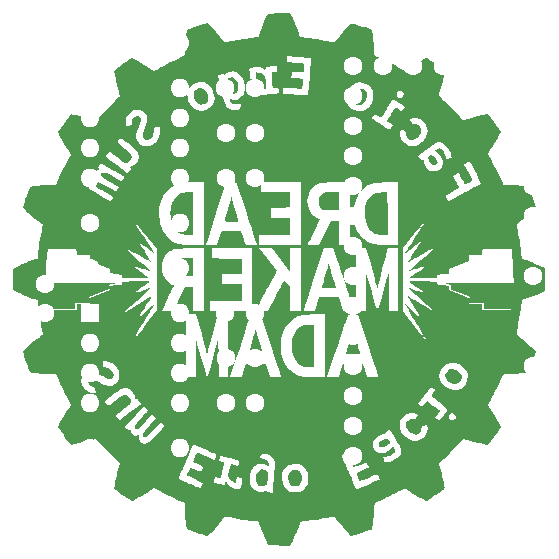
<source format=gbo>
%TF.GenerationSoftware,KiCad,Pcbnew,(6.0.4)*%
%TF.CreationDate,2022-03-22T23:36:16-04:00*%
%TF.ProjectId,larson_vu,6c617273-6f6e-45f7-9675-2e6b69636164,rev?*%
%TF.SameCoordinates,Original*%
%TF.FileFunction,Legend,Bot*%
%TF.FilePolarity,Positive*%
%FSLAX46Y46*%
G04 Gerber Fmt 4.6, Leading zero omitted, Abs format (unit mm)*
G04 Created by KiCad (PCBNEW (6.0.4)) date 2022-03-22 23:36:16*
%MOMM*%
%LPD*%
G01*
G04 APERTURE LIST*
G04 Aperture macros list*
%AMRoundRect*
0 Rectangle with rounded corners*
0 $1 Rounding radius*
0 $2 $3 $4 $5 $6 $7 $8 $9 X,Y pos of 4 corners*
0 Add a 4 corners polygon primitive as box body*
4,1,4,$2,$3,$4,$5,$6,$7,$8,$9,$2,$3,0*
0 Add four circle primitives for the rounded corners*
1,1,$1+$1,$2,$3*
1,1,$1+$1,$4,$5*
1,1,$1+$1,$6,$7*
1,1,$1+$1,$8,$9*
0 Add four rect primitives between the rounded corners*
20,1,$1+$1,$2,$3,$4,$5,0*
20,1,$1+$1,$4,$5,$6,$7,0*
20,1,$1+$1,$6,$7,$8,$9,0*
20,1,$1+$1,$8,$9,$2,$3,0*%
G04 Aperture macros list end*
%ADD10O,1.508000X3.016000*%
%ADD11C,1.600000*%
%ADD12RoundRect,0.250000X0.750000X-0.600000X0.750000X0.600000X-0.750000X0.600000X-0.750000X-0.600000X0*%
%ADD13O,2.000000X1.700000*%
%ADD14R,1.600000X1.600000*%
%ADD15O,1.600000X1.600000*%
%ADD16C,6.400000*%
%ADD17R,2.000000X2.000000*%
%ADD18C,2.000000*%
%ADD19RoundRect,0.250000X0.725000X-0.600000X0.725000X0.600000X-0.725000X0.600000X-0.725000X-0.600000X0*%
%ADD20O,1.950000X1.700000*%
G04 APERTURE END LIST*
%TO.C,G\u002A\u002A\u002A*%
G36*
X75018371Y-54153309D02*
G01*
X74369064Y-54138266D01*
X74343050Y-54137658D01*
X74094705Y-54130740D01*
X73916361Y-54121928D01*
X73791455Y-54108718D01*
X73703420Y-54088602D01*
X73635693Y-54059076D01*
X73571710Y-54017632D01*
X73552555Y-54003468D01*
X73410261Y-53848101D01*
X73328022Y-53641708D01*
X73301560Y-53374098D01*
X73329102Y-53129787D01*
X73423245Y-52912591D01*
X73583186Y-52753126D01*
X73807799Y-52652991D01*
X73898563Y-52636668D01*
X74067468Y-52620209D01*
X74276964Y-52608969D01*
X74501127Y-52604751D01*
X75018371Y-52604506D01*
X75018371Y-54153309D01*
G37*
G36*
X76854261Y-43844473D02*
G01*
X77073204Y-43886688D01*
X77247824Y-43995790D01*
X77367635Y-44157870D01*
X77422150Y-44359022D01*
X77400880Y-44585340D01*
X77327861Y-44793146D01*
X77193992Y-45017623D01*
X77025930Y-45171939D01*
X76967504Y-45201754D01*
X76782378Y-45240236D01*
X76581974Y-45220817D01*
X76401985Y-45145036D01*
X76328710Y-45085187D01*
X76226948Y-44928986D01*
X76183752Y-44740131D01*
X76193544Y-44535107D01*
X76250746Y-44330397D01*
X76349780Y-44142484D01*
X76485070Y-43987853D01*
X76651036Y-43882986D01*
X76842102Y-43844367D01*
X76854261Y-43844473D01*
G37*
G36*
X62682582Y-58976516D02*
G01*
X62694627Y-59735875D01*
X62075543Y-59735875D01*
X61987083Y-59735736D01*
X61753095Y-59732837D01*
X61583834Y-59724694D01*
X61461536Y-59709357D01*
X61368436Y-59684878D01*
X61286768Y-59649306D01*
X61249185Y-59628186D01*
X61094322Y-59486396D01*
X60992566Y-59297221D01*
X60943977Y-59079718D01*
X60948616Y-58852942D01*
X61006544Y-58635949D01*
X61117820Y-58447795D01*
X61282506Y-58307536D01*
X61313301Y-58290820D01*
X61389078Y-58259952D01*
X61483608Y-58239286D01*
X61614206Y-58226821D01*
X61798188Y-58220555D01*
X62052870Y-58218487D01*
X62670538Y-58217157D01*
X62682582Y-58976516D01*
G37*
G36*
X79170763Y-73498359D02*
G01*
X79285391Y-73598216D01*
X79295307Y-73612380D01*
X79352913Y-73706282D01*
X79376430Y-73766064D01*
X79375468Y-73773286D01*
X79331763Y-73840706D01*
X79237742Y-73934308D01*
X79113778Y-74035584D01*
X78980243Y-74126023D01*
X78852733Y-74186138D01*
X78679437Y-74219302D01*
X78530573Y-74194002D01*
X78427347Y-74110821D01*
X78414421Y-74089309D01*
X78380782Y-73946893D01*
X78427405Y-73803091D01*
X78548463Y-73668359D01*
X78738129Y-73553155D01*
X78822001Y-73517978D01*
X79018017Y-73471754D01*
X79170763Y-73498359D01*
G37*
G36*
X65937388Y-53027832D02*
G01*
X65972374Y-53124950D01*
X66018200Y-53303217D01*
X66038834Y-53386065D01*
X66086673Y-53564634D01*
X66150255Y-53792674D01*
X66223788Y-54049499D01*
X66301475Y-54314425D01*
X66363421Y-54524126D01*
X66426892Y-54741667D01*
X66477233Y-54917229D01*
X66510402Y-55036691D01*
X66522357Y-55085934D01*
X66495816Y-55095660D01*
X66398933Y-55104742D01*
X66249752Y-55110515D01*
X66068077Y-55113067D01*
X65873714Y-55112489D01*
X65686468Y-55108870D01*
X65526144Y-55102302D01*
X65412547Y-55092874D01*
X65365483Y-55080676D01*
X65365491Y-55069037D01*
X65382354Y-54987156D01*
X65420127Y-54839029D01*
X65475396Y-54637262D01*
X65544747Y-54394458D01*
X65624768Y-54123223D01*
X65656246Y-54017462D01*
X65734763Y-53747729D01*
X65802552Y-53506420D01*
X65855841Y-53307471D01*
X65890856Y-53164820D01*
X65903824Y-53092403D01*
X65904025Y-53084577D01*
X65914264Y-53013747D01*
X65937388Y-53027832D01*
G37*
G36*
X83747795Y-44675735D02*
G01*
X83789961Y-44713496D01*
X83968393Y-44879429D01*
X84185954Y-45088652D01*
X84426347Y-45324900D01*
X84466303Y-45364870D01*
X84673271Y-45571908D01*
X84910426Y-45813413D01*
X85121514Y-46033151D01*
X85290236Y-46214856D01*
X85542790Y-46494357D01*
X85948258Y-46379668D01*
X85949954Y-46379189D01*
X86189194Y-46315030D01*
X86469725Y-46245186D01*
X86766304Y-46175435D01*
X87053688Y-46111555D01*
X87306630Y-46059324D01*
X87499889Y-46024521D01*
X87677594Y-45996818D01*
X88182211Y-46688068D01*
X88193845Y-46704010D01*
X88351640Y-46921463D01*
X88492036Y-47117092D01*
X88606343Y-47278623D01*
X88684648Y-47392015D01*
X88685868Y-47393781D01*
X88721920Y-47450291D01*
X88725067Y-47484676D01*
X88693376Y-47596436D01*
X88618377Y-47766428D01*
X88504722Y-47985878D01*
X88357062Y-48246008D01*
X88180049Y-48538043D01*
X87978334Y-48853208D01*
X87946803Y-48901367D01*
X87831332Y-49079843D01*
X87737828Y-49227670D01*
X87675196Y-49330611D01*
X87652340Y-49374430D01*
X87659588Y-49392292D01*
X87702289Y-49475595D01*
X87776866Y-49613771D01*
X87796898Y-49650056D01*
X87875922Y-49793197D01*
X87992064Y-50000251D01*
X88030885Y-50069692D01*
X88183317Y-50352561D01*
X88348598Y-50672036D01*
X88509244Y-50993886D01*
X88647769Y-51283882D01*
X88916309Y-51863760D01*
X88963750Y-51966204D01*
X89573643Y-51993522D01*
X89862137Y-52009162D01*
X90176803Y-52032322D01*
X90466629Y-52059798D01*
X90718988Y-52090055D01*
X90921254Y-52121556D01*
X91060797Y-52152766D01*
X91124990Y-52182150D01*
X91127236Y-52185568D01*
X91156018Y-52252484D01*
X91206255Y-52387545D01*
X91273157Y-52577206D01*
X91351930Y-52807924D01*
X91437783Y-53066157D01*
X91712133Y-53901984D01*
X91297805Y-54300476D01*
X91105542Y-54478794D01*
X90846596Y-54705906D01*
X90571832Y-54936035D01*
X90307285Y-55147436D01*
X90078994Y-55318365D01*
X90079141Y-55343181D01*
X90092333Y-55441682D01*
X90118396Y-55601536D01*
X90154933Y-55808239D01*
X90199544Y-56047292D01*
X90216318Y-56136444D01*
X90271152Y-56444476D01*
X90324379Y-56765613D01*
X90370643Y-57066737D01*
X90404585Y-57314731D01*
X90432102Y-57537418D01*
X90458855Y-57753888D01*
X90480903Y-57932257D01*
X90495201Y-58047886D01*
X90517829Y-58230781D01*
X90922953Y-58371457D01*
X90946086Y-58379588D01*
X91151094Y-58456847D01*
X91401880Y-58558059D01*
X91668837Y-58671017D01*
X91922357Y-58783513D01*
X92516638Y-59054893D01*
X92516638Y-60944885D01*
X91966378Y-61196744D01*
X91734731Y-61299701D01*
X91457726Y-61417044D01*
X91190091Y-61525249D01*
X90966833Y-61609849D01*
X90517547Y-61771094D01*
X90495802Y-61953051D01*
X90481605Y-62069926D01*
X90424670Y-62508772D01*
X90361955Y-62952650D01*
X90296958Y-63378389D01*
X90233182Y-63762816D01*
X90174124Y-64082758D01*
X90162631Y-64141242D01*
X90123737Y-64348501D01*
X90094741Y-64518112D01*
X90078277Y-64633883D01*
X90076982Y-64679623D01*
X90091997Y-64690798D01*
X90529462Y-65029849D01*
X90940074Y-65373339D01*
X91297805Y-65699523D01*
X91712133Y-66098015D01*
X91438456Y-66933843D01*
X91425218Y-66974153D01*
X91339508Y-67229504D01*
X91260588Y-67455469D01*
X91193438Y-67638421D01*
X91143038Y-67764735D01*
X91114366Y-67820782D01*
X91095527Y-67831799D01*
X90996925Y-67859276D01*
X90833717Y-67888933D01*
X90622050Y-67918967D01*
X90378068Y-67947579D01*
X90117918Y-67972968D01*
X89857745Y-67993332D01*
X89613695Y-68006871D01*
X89401915Y-68011785D01*
X88980982Y-68011785D01*
X88854485Y-68267495D01*
X88496451Y-68991248D01*
X88414769Y-69155584D01*
X88268317Y-69446663D01*
X88127484Y-69722409D01*
X88000513Y-69966871D01*
X87895646Y-70164098D01*
X87821125Y-70298142D01*
X87630330Y-70625574D01*
X87893023Y-71021611D01*
X87967927Y-71134537D01*
X88102066Y-71340246D01*
X88246213Y-71571413D01*
X88287910Y-71638283D01*
X88447200Y-71909859D01*
X88575090Y-72145883D01*
X88666736Y-72337260D01*
X88717294Y-72474900D01*
X88721920Y-72549709D01*
X88720978Y-72551526D01*
X88681554Y-72612603D01*
X88618765Y-72703302D01*
X88599274Y-72731457D01*
X88482829Y-72895814D01*
X88340911Y-73093397D01*
X88182211Y-73311932D01*
X87677594Y-74003181D01*
X87499889Y-73975478D01*
X87499464Y-73975412D01*
X87305541Y-73940468D01*
X87051987Y-73888084D01*
X86764025Y-73824038D01*
X86466878Y-73754102D01*
X86185767Y-73684053D01*
X85945915Y-73619666D01*
X85538104Y-73504313D01*
X85154996Y-73916541D01*
X85116337Y-73958098D01*
X84861622Y-74229078D01*
X84636907Y-74461515D01*
X84534768Y-74563259D01*
X84418085Y-74679490D01*
X84181047Y-74907083D01*
X83901686Y-75168373D01*
X83474602Y-75564461D01*
X83603778Y-75976481D01*
X83652784Y-76144031D01*
X83720861Y-76402777D01*
X83787854Y-76681570D01*
X83835515Y-76901692D01*
X83844542Y-76943383D01*
X83848429Y-76962707D01*
X83892250Y-77179760D01*
X83931015Y-77370440D01*
X83960646Y-77514764D01*
X83977064Y-77592745D01*
X83978405Y-77614872D01*
X83961591Y-77658599D01*
X83913622Y-77716308D01*
X83826236Y-77795205D01*
X83691170Y-77902491D01*
X83500163Y-78045371D01*
X83244952Y-78231047D01*
X83171006Y-78284236D01*
X82951284Y-78439693D01*
X82758025Y-78572640D01*
X82602346Y-78675665D01*
X82495364Y-78741356D01*
X82448194Y-78762301D01*
X82423254Y-78752578D01*
X82321367Y-78701491D01*
X82167144Y-78616888D01*
X81975916Y-78507789D01*
X81763012Y-78383219D01*
X81543760Y-78252199D01*
X81333491Y-78123751D01*
X81147534Y-78006899D01*
X81001218Y-77910663D01*
X80883256Y-77830844D01*
X80743590Y-77738641D01*
X80643881Y-77675656D01*
X80600343Y-77652339D01*
X80575214Y-77662935D01*
X80486603Y-77709543D01*
X80351216Y-77784762D01*
X80186126Y-77879240D01*
X80056563Y-77951622D01*
X79868093Y-78052296D01*
X79643473Y-78169110D01*
X79395404Y-78295766D01*
X79136586Y-78425966D01*
X78879720Y-78553414D01*
X78637505Y-78671811D01*
X78422642Y-78774860D01*
X78247832Y-78856263D01*
X78125774Y-78909723D01*
X78069170Y-78928942D01*
X78064031Y-78932450D01*
X78045414Y-78997253D01*
X78027003Y-79134551D01*
X78010156Y-79332249D01*
X77996234Y-79578249D01*
X77995047Y-79603577D01*
X77981606Y-79826768D01*
X77962467Y-80073323D01*
X77939358Y-80327360D01*
X77914007Y-80572996D01*
X77888143Y-80794352D01*
X77863495Y-80975543D01*
X77841790Y-81100690D01*
X77824758Y-81153909D01*
X77800391Y-81164817D01*
X77703926Y-81199489D01*
X77549454Y-81251721D01*
X77352640Y-81316517D01*
X77129149Y-81388881D01*
X76894647Y-81463819D01*
X76664798Y-81536333D01*
X76455269Y-81601430D01*
X76281725Y-81654112D01*
X76159830Y-81689385D01*
X76105251Y-81702253D01*
X76085942Y-81697609D01*
X75999298Y-81638620D01*
X75867469Y-81516248D01*
X75695492Y-81336084D01*
X75488402Y-81103721D01*
X75251236Y-80824752D01*
X74989028Y-80504767D01*
X74706816Y-80149360D01*
X74691211Y-80129878D01*
X74660943Y-80102157D01*
X74618023Y-80087886D01*
X74547684Y-80087674D01*
X74435160Y-80102128D01*
X74265686Y-80131856D01*
X74024494Y-80177467D01*
X73703021Y-80237110D01*
X73135194Y-80333277D01*
X72633298Y-80405431D01*
X72206310Y-80452214D01*
X72165696Y-80455887D01*
X71952376Y-80482605D01*
X71813981Y-80517593D01*
X71739222Y-80564922D01*
X71716811Y-80628659D01*
X71710873Y-80663497D01*
X71675882Y-80777957D01*
X71614767Y-80948635D01*
X71533588Y-81160246D01*
X71438405Y-81397505D01*
X71335276Y-81645128D01*
X71230261Y-81887830D01*
X71129420Y-82110327D01*
X70928725Y-82540411D01*
X69053553Y-82516637D01*
X68912761Y-82230502D01*
X68846738Y-82093816D01*
X68585959Y-81505100D01*
X68347018Y-80887978D01*
X68204578Y-80491901D01*
X67682619Y-80437465D01*
X67523696Y-80419456D01*
X67209540Y-80378250D01*
X66861183Y-80327128D01*
X66502963Y-80270031D01*
X66159222Y-80210899D01*
X65854297Y-80153673D01*
X65612528Y-80102295D01*
X65349775Y-80040998D01*
X65110676Y-80361673D01*
X65013827Y-80487709D01*
X64857606Y-80680413D01*
X64685098Y-80883949D01*
X64506610Y-81087047D01*
X64332449Y-81278439D01*
X64172921Y-81446856D01*
X64038333Y-81581029D01*
X63938992Y-81669688D01*
X63885205Y-81701564D01*
X63880844Y-81701212D01*
X63807499Y-81683879D01*
X63666688Y-81643510D01*
X63472332Y-81584328D01*
X63238357Y-81510561D01*
X62978683Y-81426435D01*
X62142288Y-81151993D01*
X62088680Y-80777816D01*
X62079247Y-80704531D01*
X62058073Y-80494600D01*
X62037340Y-80234921D01*
X62019020Y-79951619D01*
X62005087Y-79670820D01*
X61975101Y-78938000D01*
X61596476Y-78775454D01*
X61566886Y-78762618D01*
X61339986Y-78658561D01*
X61062356Y-78524031D01*
X60755779Y-78370242D01*
X60442041Y-78208406D01*
X60142927Y-78049738D01*
X59880221Y-77905451D01*
X59675708Y-77786758D01*
X59402618Y-77620851D01*
X58963998Y-77920141D01*
X58770387Y-78048073D01*
X58549295Y-78187069D01*
X58318392Y-78326625D01*
X58091674Y-78458741D01*
X57883139Y-78575421D01*
X57706786Y-78668666D01*
X57576612Y-78730478D01*
X57506614Y-78752859D01*
X57484786Y-78744004D01*
X57399448Y-78692669D01*
X57264840Y-78603894D01*
X57094353Y-78487234D01*
X56901376Y-78352247D01*
X56699299Y-78208488D01*
X56501514Y-78065516D01*
X56321410Y-77932886D01*
X56172377Y-77820155D01*
X56067805Y-77736881D01*
X56021085Y-77692619D01*
X56016780Y-77642958D01*
X56030085Y-77518668D01*
X56059900Y-77337173D01*
X56102847Y-77113459D01*
X56155547Y-76862510D01*
X56158671Y-76848591D01*
X61459966Y-76848591D01*
X61468076Y-76857373D01*
X61539468Y-76899351D01*
X61675043Y-76967866D01*
X61863254Y-77057368D01*
X62092551Y-77162305D01*
X62351387Y-77277126D01*
X62468820Y-77328478D01*
X62719001Y-77438037D01*
X62936597Y-77533538D01*
X63109583Y-77609692D01*
X63225931Y-77661209D01*
X63273615Y-77682797D01*
X63287182Y-77684831D01*
X63325456Y-77650524D01*
X63378765Y-77553464D01*
X63453371Y-77383218D01*
X63519430Y-77224148D01*
X63274544Y-77116908D01*
X64441547Y-77116908D01*
X64456587Y-77162434D01*
X64507621Y-77197995D01*
X64611115Y-77234056D01*
X64783536Y-77281085D01*
X64797322Y-77284724D01*
X65027363Y-77345837D01*
X65186486Y-77386261D01*
X65288720Y-77405677D01*
X65348092Y-77403769D01*
X65378630Y-77380217D01*
X65394363Y-77334704D01*
X65409319Y-77266913D01*
X65449452Y-77102079D01*
X65523640Y-77242871D01*
X65653564Y-77414588D01*
X65867794Y-77566676D01*
X66148141Y-77672490D01*
X66269474Y-77702192D01*
X66390151Y-77727127D01*
X66454570Y-77734386D01*
X66485786Y-77730225D01*
X66584326Y-77711497D01*
X66650410Y-77676477D01*
X66697289Y-77607835D01*
X66738214Y-77488242D01*
X66786434Y-77300367D01*
X66807191Y-77212728D01*
X66840805Y-77048556D01*
X66858670Y-76926351D01*
X66857261Y-76867647D01*
X66852753Y-76862150D01*
X66848590Y-76859965D01*
X67512825Y-76859965D01*
X67514028Y-76926351D01*
X67515906Y-77030056D01*
X67539396Y-77278498D01*
X67591379Y-77471677D01*
X67678220Y-77629356D01*
X67806282Y-77771296D01*
X67911076Y-77850913D01*
X68122151Y-77948184D01*
X68356161Y-77998921D01*
X68584464Y-77998129D01*
X68778423Y-77940814D01*
X68823995Y-77918309D01*
X68883896Y-77902570D01*
X68899480Y-77935102D01*
X68904288Y-77949975D01*
X68971176Y-77990774D01*
X69103718Y-78020533D01*
X69242687Y-78038218D01*
X69356405Y-78046726D01*
X69412628Y-78039012D01*
X69427730Y-78014788D01*
X69428682Y-77999070D01*
X69435898Y-77908305D01*
X69449275Y-77749223D01*
X69467708Y-77534746D01*
X69490090Y-77277799D01*
X69515316Y-76991304D01*
X69522070Y-76913813D01*
X70220811Y-76913813D01*
X70285021Y-77248197D01*
X70416225Y-77538138D01*
X70611364Y-77776319D01*
X70867382Y-77955424D01*
X70915958Y-77975598D01*
X71083703Y-78012260D01*
X71289773Y-78027793D01*
X71500118Y-78020761D01*
X71680690Y-77989728D01*
X71683478Y-77988938D01*
X71946606Y-77875111D01*
X72155648Y-77695625D01*
X72318635Y-77443606D01*
X72375710Y-77318083D01*
X72417695Y-77184375D01*
X72436633Y-77036595D01*
X72439889Y-76837955D01*
X72434921Y-76706396D01*
X72381603Y-76388923D01*
X72265476Y-76119086D01*
X72080706Y-75881347D01*
X71923388Y-75751595D01*
X71682155Y-75637739D01*
X71420905Y-75590257D01*
X71154021Y-75604706D01*
X70895887Y-75676641D01*
X70822964Y-75715424D01*
X70660887Y-75801622D01*
X70463403Y-75975203D01*
X70317819Y-76192943D01*
X70238520Y-76450398D01*
X70226651Y-76542304D01*
X70220811Y-76913813D01*
X69522070Y-76913813D01*
X69524434Y-76886694D01*
X69549425Y-76582636D01*
X69570916Y-76295897D01*
X69587708Y-76044061D01*
X69598599Y-75844709D01*
X69602391Y-75715424D01*
X69587747Y-75499355D01*
X69514475Y-75239995D01*
X69375315Y-75035726D01*
X69182726Y-74893045D01*
X75271663Y-74893045D01*
X75283801Y-74927155D01*
X75327520Y-75035646D01*
X75399016Y-75207623D01*
X75494168Y-75433319D01*
X75608851Y-75702969D01*
X75738946Y-76006807D01*
X75880329Y-76335067D01*
X75991477Y-76591685D01*
X76098834Y-76837955D01*
X76125513Y-76899154D01*
X76245969Y-77173260D01*
X76348618Y-77404494D01*
X76429233Y-77583347D01*
X76483587Y-77700310D01*
X76507453Y-77745873D01*
X76527636Y-77744244D01*
X76618450Y-77715447D01*
X76771019Y-77658257D01*
X76973771Y-77577225D01*
X77215134Y-77476905D01*
X77483536Y-77361850D01*
X77648200Y-77290291D01*
X77902927Y-77179760D01*
X78123931Y-77084067D01*
X78299462Y-77008289D01*
X78417771Y-76957504D01*
X78467108Y-76936790D01*
X78468234Y-76901692D01*
X78442006Y-76810883D01*
X78396680Y-76690880D01*
X78342261Y-76567963D01*
X78288756Y-76468409D01*
X78251220Y-76478007D01*
X78145211Y-76517772D01*
X77983715Y-76582876D01*
X77779641Y-76668107D01*
X77545899Y-76768255D01*
X77324978Y-76862979D01*
X77118055Y-76949566D01*
X76952676Y-77016457D01*
X76841854Y-77058394D01*
X76798603Y-77070121D01*
X76779616Y-77043085D01*
X76733215Y-76948816D01*
X76678077Y-76815823D01*
X76622932Y-76668016D01*
X76576509Y-76529303D01*
X76547537Y-76423596D01*
X76544745Y-76374803D01*
X76595056Y-76346377D01*
X76710170Y-76291540D01*
X76872263Y-76218708D01*
X77063919Y-76135895D01*
X77251890Y-76055550D01*
X77408445Y-75987519D01*
X77516482Y-75939303D01*
X77559687Y-75918071D01*
X77558895Y-75906819D01*
X77536200Y-75837317D01*
X77494471Y-75729304D01*
X77445364Y-75611242D01*
X77400532Y-75511595D01*
X77371632Y-75458825D01*
X77369857Y-75458355D01*
X77315893Y-75474339D01*
X77199302Y-75518674D01*
X77035606Y-75585252D01*
X76840325Y-75667961D01*
X76809710Y-75681074D01*
X76615889Y-75760165D01*
X76453679Y-75819840D01*
X76339291Y-75854495D01*
X76288936Y-75858529D01*
X76287241Y-75856509D01*
X76255058Y-75797264D01*
X76197321Y-75675281D01*
X76121669Y-75507129D01*
X76035742Y-75309381D01*
X75936093Y-75074805D01*
X75854456Y-74885429D01*
X75793334Y-74758106D01*
X75744034Y-74683537D01*
X75697865Y-74652422D01*
X75646134Y-74655463D01*
X75580151Y-74683359D01*
X75491222Y-74726813D01*
X75395847Y-74776772D01*
X75302515Y-74843193D01*
X75271663Y-74893045D01*
X69182726Y-74893045D01*
X69165489Y-74880275D01*
X68880219Y-74767370D01*
X68618843Y-74691898D01*
X68505310Y-74825040D01*
X68454638Y-74884464D01*
X68384670Y-74969046D01*
X68321784Y-75052042D01*
X68302158Y-75088755D01*
X68332662Y-75100496D01*
X68428122Y-75128878D01*
X68563815Y-75165579D01*
X68668867Y-75196299D01*
X68818815Y-75250967D01*
X68922709Y-75302073D01*
X68939113Y-75313982D01*
X69030318Y-75429428D01*
X69084676Y-75580761D01*
X69085379Y-75724353D01*
X69065349Y-75768311D01*
X69023973Y-75762746D01*
X68937962Y-75704368D01*
X68889635Y-75674013D01*
X68706148Y-75610039D01*
X68487911Y-75585693D01*
X68268494Y-75602620D01*
X68081468Y-75662461D01*
X68065401Y-75670822D01*
X67880196Y-75794149D01*
X67737382Y-75954837D01*
X67614022Y-76178191D01*
X67593186Y-76225241D01*
X67552340Y-76341494D01*
X67527859Y-76469000D01*
X67515952Y-76633307D01*
X67512825Y-76859965D01*
X66848590Y-76859965D01*
X66784827Y-76826498D01*
X66673790Y-76796343D01*
X66658902Y-76793500D01*
X66538452Y-76767187D01*
X66457078Y-76744110D01*
X66425906Y-76748737D01*
X66384633Y-76817684D01*
X66343147Y-76966795D01*
X66315680Y-77071458D01*
X66277703Y-77172907D01*
X66246180Y-77212131D01*
X66212386Y-77202743D01*
X66116760Y-77160697D01*
X65991346Y-77096328D01*
X65805647Y-76959222D01*
X65683524Y-76778425D01*
X65641941Y-76566868D01*
X65642016Y-76562453D01*
X65654222Y-76471170D01*
X65683259Y-76328196D01*
X65723293Y-76156504D01*
X65768493Y-75979068D01*
X65813025Y-75818860D01*
X65851057Y-75698853D01*
X65876755Y-75642020D01*
X65905185Y-75639619D01*
X65998444Y-75655853D01*
X66129818Y-75690419D01*
X66261349Y-75727759D01*
X66394039Y-75754296D01*
X66473401Y-75744715D01*
X66516912Y-75695278D01*
X66542050Y-75602246D01*
X66544883Y-75587399D01*
X66570867Y-75467971D01*
X66593352Y-75388207D01*
X66581967Y-75364672D01*
X66512432Y-75328365D01*
X66375779Y-75281494D01*
X66165586Y-75221904D01*
X65875433Y-75147443D01*
X65680796Y-75098916D01*
X65452466Y-75041621D01*
X65262608Y-74993565D01*
X65126887Y-74958718D01*
X65060965Y-74941048D01*
X65022937Y-74938995D01*
X64977794Y-74984214D01*
X64936969Y-75101510D01*
X64908541Y-75232308D01*
X64916094Y-75335573D01*
X64979942Y-75394561D01*
X65110396Y-75428732D01*
X65150210Y-75436286D01*
X65258063Y-75466289D01*
X65312708Y-75496812D01*
X65313356Y-75498651D01*
X65307647Y-75557985D01*
X65284586Y-75682054D01*
X65248500Y-75852493D01*
X65203717Y-76050941D01*
X65154563Y-76259032D01*
X65105366Y-76458404D01*
X65060452Y-76630692D01*
X65024150Y-76757533D01*
X65000785Y-76820563D01*
X64976818Y-76828049D01*
X64887489Y-76820801D01*
X64759042Y-76793279D01*
X64641326Y-76763821D01*
X64564313Y-76755735D01*
X64524690Y-76779239D01*
X64497104Y-76838734D01*
X64469541Y-76930639D01*
X64444445Y-77065532D01*
X64441547Y-77116908D01*
X63274544Y-77116908D01*
X62841864Y-76927430D01*
X62670754Y-76851400D01*
X62469055Y-76758562D01*
X62308579Y-76680900D01*
X62202577Y-76624876D01*
X62164298Y-76596952D01*
X62170874Y-76565432D01*
X62206102Y-76469429D01*
X62262191Y-76338964D01*
X62328211Y-76197190D01*
X62393233Y-76067257D01*
X62446326Y-75972319D01*
X62476560Y-75935528D01*
X62485247Y-75937148D01*
X62558785Y-75963714D01*
X62684422Y-76016117D01*
X62840842Y-76085575D01*
X62919900Y-76121631D01*
X63104547Y-76204217D01*
X63229385Y-76251953D01*
X63309913Y-76265308D01*
X63361634Y-76244753D01*
X63400048Y-76190761D01*
X63440656Y-76103802D01*
X63466739Y-76044186D01*
X63510320Y-75931739D01*
X63527976Y-75865542D01*
X63503693Y-75839055D01*
X63412930Y-75783079D01*
X63270580Y-75710163D01*
X63093292Y-75629351D01*
X62657641Y-75441138D01*
X62826480Y-75061932D01*
X62868904Y-74968757D01*
X62941540Y-74819211D01*
X62998944Y-74713698D01*
X63031442Y-74670686D01*
X63066902Y-74678838D01*
X63172273Y-74717276D01*
X63332859Y-74781821D01*
X63534866Y-74866897D01*
X63764500Y-74966931D01*
X63954488Y-75050761D01*
X64158671Y-75140322D01*
X64322152Y-75211424D01*
X64431679Y-75258308D01*
X64473996Y-75275216D01*
X64488177Y-75254444D01*
X64528787Y-75172305D01*
X64583845Y-75049068D01*
X64594409Y-75024274D01*
X64641786Y-74897431D01*
X64650444Y-74825040D01*
X64623383Y-74787230D01*
X64600354Y-74774752D01*
X64503464Y-74728380D01*
X64350857Y-74658809D01*
X64156150Y-74571936D01*
X63932958Y-74473657D01*
X63694900Y-74369868D01*
X63455591Y-74266466D01*
X63228648Y-74169348D01*
X63027687Y-74084409D01*
X62866326Y-74017548D01*
X62763084Y-73976603D01*
X77879723Y-73976603D01*
X77901646Y-74175931D01*
X77984445Y-74364918D01*
X78140681Y-74546836D01*
X78178051Y-74580707D01*
X78271613Y-74643184D01*
X78385544Y-74677072D01*
X78553623Y-74694446D01*
X78652842Y-74696788D01*
X78935996Y-74652710D01*
X79199566Y-74528548D01*
X79453116Y-74320323D01*
X79639854Y-74133693D01*
X79706236Y-74262061D01*
X79752165Y-74380809D01*
X79772617Y-74497443D01*
X79757347Y-74573149D01*
X79672933Y-74700014D01*
X79530933Y-74818788D01*
X79349944Y-74917924D01*
X79148564Y-74985875D01*
X78945392Y-75011092D01*
X78794163Y-75011092D01*
X78825458Y-75220190D01*
X78836333Y-75287616D01*
X78859021Y-75402296D01*
X78877075Y-75462305D01*
X78899014Y-75482965D01*
X78945449Y-75488723D01*
X79036392Y-75477449D01*
X79192586Y-75448218D01*
X79237235Y-75438651D01*
X79497996Y-75354432D01*
X79750007Y-75230109D01*
X79973639Y-75078629D01*
X80149264Y-74912938D01*
X80257254Y-74745982D01*
X80269107Y-74710920D01*
X80292403Y-74563259D01*
X80291157Y-74397274D01*
X80289975Y-74385841D01*
X80273999Y-74297028D01*
X80241339Y-74199432D01*
X80185422Y-74080255D01*
X80099672Y-73926699D01*
X79977517Y-73725968D01*
X79812381Y-73465262D01*
X79801034Y-73447537D01*
X79658525Y-73225064D01*
X79532552Y-73028650D01*
X79430841Y-72870320D01*
X79361118Y-72762103D01*
X79331109Y-72716026D01*
X79301183Y-72714631D01*
X79215677Y-72749961D01*
X79098912Y-72818069D01*
X78978749Y-72904522D01*
X78919546Y-72973790D01*
X78916090Y-73036073D01*
X78917145Y-73039459D01*
X78920179Y-73090113D01*
X78874632Y-73112904D01*
X78760919Y-73118197D01*
X78607530Y-73134356D01*
X78378747Y-73224686D01*
X78151097Y-73398256D01*
X78143713Y-73405242D01*
X77988602Y-73583415D01*
X77904830Y-73764864D01*
X77879723Y-73976603D01*
X62763084Y-73976603D01*
X62758182Y-73974659D01*
X62716870Y-73961640D01*
X62711739Y-73970633D01*
X62676572Y-74044995D01*
X62613566Y-74184319D01*
X62527594Y-74377410D01*
X62423529Y-74613074D01*
X62306245Y-74880118D01*
X62180615Y-75167348D01*
X62051514Y-75463569D01*
X61923814Y-75757588D01*
X61802389Y-76038210D01*
X61692113Y-76294243D01*
X61597859Y-76514491D01*
X61524500Y-76687761D01*
X61476912Y-76802859D01*
X61459966Y-76848591D01*
X56158671Y-76848591D01*
X56214622Y-76599312D01*
X56276695Y-76338849D01*
X56338388Y-76096106D01*
X56396322Y-75886067D01*
X56447119Y-75723719D01*
X56487402Y-75624045D01*
X56499566Y-75587521D01*
X56484502Y-75529460D01*
X56421191Y-75450483D01*
X56298930Y-75334125D01*
X56215491Y-75256832D01*
X56051016Y-75099505D01*
X55849632Y-74903018D01*
X55625667Y-74681696D01*
X55393447Y-74449863D01*
X55167297Y-74221844D01*
X54961545Y-74011963D01*
X54790517Y-73834546D01*
X54668538Y-73703918D01*
X54461704Y-73475253D01*
X54162958Y-73576863D01*
X54050074Y-73613392D01*
X53749331Y-73699204D01*
X53401897Y-73786131D01*
X53035795Y-73867386D01*
X52679050Y-73936184D01*
X52537961Y-73959368D01*
X52402314Y-73974054D01*
X52320642Y-73968574D01*
X52274561Y-73943248D01*
X52272929Y-73941516D01*
X52227410Y-73884616D01*
X52140103Y-73769274D01*
X52019928Y-73607491D01*
X51875801Y-73411265D01*
X51716641Y-73192595D01*
X51212277Y-72496630D01*
X51220061Y-72482488D01*
X56934337Y-72482488D01*
X57107903Y-72628206D01*
X57119821Y-72638160D01*
X57225680Y-72717545D01*
X57293899Y-72742259D01*
X57345761Y-72720566D01*
X57377761Y-72698850D01*
X57403804Y-72714711D01*
X57410052Y-72803967D01*
X57443821Y-72940167D01*
X57529631Y-73073317D01*
X57643987Y-73175641D01*
X57763394Y-73219509D01*
X57860871Y-73215353D01*
X57994448Y-73192335D01*
X58062762Y-73177301D01*
X58100405Y-73191825D01*
X58091285Y-73260939D01*
X58082688Y-73349900D01*
X58118481Y-73521180D01*
X58205808Y-73685767D01*
X58329994Y-73809916D01*
X58362470Y-73830598D01*
X58551067Y-73901975D01*
X58739707Y-73886840D01*
X58934943Y-73784921D01*
X58971163Y-73755676D01*
X59071665Y-73663444D01*
X59207674Y-73530520D01*
X59368336Y-73368350D01*
X59542794Y-73188380D01*
X59720196Y-73002056D01*
X59889684Y-72820824D01*
X60040404Y-72656130D01*
X60161501Y-72519419D01*
X60242119Y-72422137D01*
X60271404Y-72375731D01*
X60260396Y-72354554D01*
X60254095Y-72347833D01*
X80170201Y-72347833D01*
X80170207Y-72353111D01*
X80173767Y-72375731D01*
X80210844Y-72611326D01*
X80321720Y-72877166D01*
X80489810Y-73130888D01*
X80702089Y-73352751D01*
X80945534Y-73523013D01*
X81094481Y-73592792D01*
X81385781Y-73664783D01*
X81673178Y-73648924D01*
X81957611Y-73545235D01*
X82007549Y-73515177D01*
X82155215Y-73392837D01*
X82303923Y-73232155D01*
X82428770Y-73061982D01*
X82504854Y-72911173D01*
X82519591Y-72853276D01*
X82535315Y-72703302D01*
X82531365Y-72543217D01*
X82509558Y-72405353D01*
X82471713Y-72322042D01*
X82449132Y-72312957D01*
X82355103Y-72324544D01*
X82213618Y-72373978D01*
X82095248Y-72426940D01*
X82026337Y-72476905D01*
X81999938Y-72544623D01*
X81995668Y-72656520D01*
X81973644Y-72804685D01*
X81883467Y-72971036D01*
X81739632Y-73088223D01*
X81559425Y-73143527D01*
X81360131Y-73124227D01*
X81175714Y-73035752D01*
X80992702Y-72883533D01*
X80840187Y-72693110D01*
X80735771Y-72486719D01*
X80697054Y-72286594D01*
X80698025Y-72262223D01*
X80747751Y-72106318D01*
X80856896Y-71969086D01*
X81003404Y-71866659D01*
X81165221Y-71815167D01*
X81320293Y-71830742D01*
X81369882Y-71847935D01*
X81433965Y-71851744D01*
X81488217Y-71808213D01*
X81559630Y-71702925D01*
X81596429Y-71644109D01*
X81665540Y-71523177D01*
X81688325Y-71449338D01*
X81667331Y-71403842D01*
X81605102Y-71367937D01*
X81336743Y-71288007D01*
X81071000Y-71294972D01*
X80810546Y-71389642D01*
X80556006Y-71571898D01*
X80508109Y-71616468D01*
X80316782Y-71843934D01*
X80206174Y-72083643D01*
X80170201Y-72347833D01*
X60254095Y-72347833D01*
X60197993Y-72287993D01*
X60098829Y-72201873D01*
X59926255Y-72063188D01*
X59367855Y-72675802D01*
X59188553Y-72870139D01*
X59026060Y-73041805D01*
X58890897Y-73180039D01*
X58793537Y-73274127D01*
X58744455Y-73313358D01*
X58684949Y-73331038D01*
X58554257Y-73325608D01*
X58468863Y-73257739D01*
X58441216Y-73142612D01*
X58483765Y-72995412D01*
X58516014Y-72946078D01*
X58604837Y-72831885D01*
X58734095Y-72677484D01*
X58892103Y-72496732D01*
X59067177Y-72303486D01*
X59580784Y-71746550D01*
X59408850Y-71574725D01*
X59236915Y-71402901D01*
X58673482Y-72018140D01*
X58515955Y-72187120D01*
X58334984Y-72372974D01*
X58182602Y-72519976D01*
X58068473Y-72618879D01*
X58002264Y-72660432D01*
X57908658Y-72673059D01*
X57789645Y-72639272D01*
X57728924Y-72543614D01*
X57735479Y-72395023D01*
X57742616Y-72377114D01*
X57799383Y-72288226D01*
X57900871Y-72155241D01*
X58035438Y-71992943D01*
X58191440Y-71816111D01*
X58237803Y-71765043D01*
X58400884Y-71584551D01*
X58548627Y-71419806D01*
X58666351Y-71287228D01*
X58739377Y-71203236D01*
X58858130Y-71062587D01*
X58691402Y-70899782D01*
X58524674Y-70736976D01*
X57829904Y-71490414D01*
X57724499Y-71604839D01*
X57526841Y-71820054D01*
X57349057Y-72014446D01*
X57201127Y-72177064D01*
X57093027Y-72296956D01*
X57034736Y-72363170D01*
X56934337Y-72482488D01*
X51220061Y-72482488D01*
X51434947Y-72092076D01*
X51574408Y-71844209D01*
X51758202Y-71531858D01*
X51938329Y-71240175D01*
X52102796Y-70988477D01*
X52239613Y-70796076D01*
X52382052Y-70608963D01*
X52215029Y-70314453D01*
X55210856Y-70314453D01*
X55212099Y-70326270D01*
X55249923Y-70399841D01*
X55324150Y-70495256D01*
X55413024Y-70589044D01*
X55494792Y-70657736D01*
X55547698Y-70677861D01*
X55561335Y-70670463D01*
X55638119Y-70617575D01*
X55764213Y-70524104D01*
X55925716Y-70400475D01*
X56108728Y-70257113D01*
X56266153Y-70133671D01*
X56481611Y-69971945D01*
X56649604Y-69859515D01*
X56781733Y-69790813D01*
X56889598Y-69760269D01*
X56984797Y-69762317D01*
X57078932Y-69791387D01*
X57203928Y-69868186D01*
X57324215Y-70010104D01*
X57393245Y-70179830D01*
X57402396Y-70353938D01*
X57343046Y-70509004D01*
X57314172Y-70541173D01*
X57220105Y-70628367D01*
X57078225Y-70750426D01*
X56901961Y-70895898D01*
X56704745Y-71053330D01*
X56567467Y-71161955D01*
X56395011Y-71301048D01*
X56257765Y-71414915D01*
X56167194Y-71493995D01*
X56134763Y-71528725D01*
X56149802Y-71555982D01*
X56209844Y-71634167D01*
X56299841Y-71739433D01*
X56463605Y-71923407D01*
X57374013Y-71211183D01*
X57604734Y-71030011D01*
X57825352Y-70855361D01*
X58012915Y-70705393D01*
X58158309Y-70587444D01*
X58252419Y-70508850D01*
X58286131Y-70476949D01*
X58282707Y-70470821D01*
X81755989Y-70470821D01*
X81758450Y-70476949D01*
X81759858Y-70480454D01*
X81810899Y-70535561D01*
X81898532Y-70608636D01*
X81993933Y-70676903D01*
X82068279Y-70717587D01*
X82080823Y-70717899D01*
X82147827Y-70675974D01*
X82243558Y-70580220D01*
X82353648Y-70446191D01*
X82463731Y-70289441D01*
X82482577Y-70290344D01*
X82560671Y-70332088D01*
X82687055Y-70416282D01*
X82849556Y-70534641D01*
X83036001Y-70678882D01*
X83150727Y-70769991D01*
X83323478Y-70907007D01*
X83463622Y-71017940D01*
X83559057Y-71093220D01*
X83597685Y-71123271D01*
X83598395Y-71124890D01*
X83573079Y-71169532D01*
X83504473Y-71260426D01*
X83405524Y-71380257D01*
X83196093Y-71625399D01*
X83366244Y-71775685D01*
X83430455Y-71830959D01*
X83515735Y-71898892D01*
X83558406Y-71925020D01*
X83568754Y-71918638D01*
X83624126Y-71859666D01*
X83712686Y-71752393D01*
X83821929Y-71613377D01*
X83855379Y-71569449D01*
X84319755Y-71569449D01*
X84325169Y-71695098D01*
X84414810Y-71821585D01*
X84422101Y-71828709D01*
X84560915Y-71913114D01*
X84704914Y-71917712D01*
X84835009Y-71841594D01*
X84917242Y-71713371D01*
X84932812Y-71571413D01*
X84885067Y-71442732D01*
X84782420Y-71349364D01*
X84633288Y-71313345D01*
X84510750Y-71335850D01*
X84397996Y-71429333D01*
X84397917Y-71429434D01*
X84319755Y-71569449D01*
X83855379Y-71569449D01*
X83939351Y-71459172D01*
X84052446Y-71306337D01*
X84148711Y-71171428D01*
X84215640Y-71071000D01*
X84240728Y-71021611D01*
X84239354Y-71017316D01*
X84193847Y-70965762D01*
X84091546Y-70870681D01*
X83942802Y-70741132D01*
X83757969Y-70586177D01*
X83547401Y-70414875D01*
X83501565Y-70378053D01*
X83295916Y-70211390D01*
X83118050Y-70064913D01*
X82978258Y-69947261D01*
X82886835Y-69867072D01*
X82854073Y-69832985D01*
X82875776Y-69793379D01*
X82939358Y-69703831D01*
X83030156Y-69586080D01*
X83114508Y-69476784D01*
X83180830Y-69383641D01*
X83206238Y-69337664D01*
X83178737Y-69301014D01*
X83105269Y-69232732D01*
X83012803Y-69156278D01*
X82928470Y-69094009D01*
X82879395Y-69068284D01*
X82852781Y-69092846D01*
X82780163Y-69175345D01*
X82672339Y-69303805D01*
X82539422Y-69465598D01*
X82391527Y-69648098D01*
X82238767Y-69838677D01*
X82091257Y-70024709D01*
X81959109Y-70193566D01*
X81852440Y-70332622D01*
X81781362Y-70429249D01*
X81755989Y-70470821D01*
X58282707Y-70470821D01*
X58269436Y-70447073D01*
X58208490Y-70366864D01*
X58117973Y-70258392D01*
X58051749Y-70183805D01*
X57976482Y-70113388D01*
X57924476Y-70095895D01*
X57877172Y-70120715D01*
X57852553Y-70140038D01*
X57814529Y-70148253D01*
X57806239Y-70080254D01*
X57805127Y-70042219D01*
X57752580Y-69802230D01*
X57633175Y-69571750D01*
X57463238Y-69375863D01*
X57259094Y-69239649D01*
X57049768Y-69171362D01*
X56846062Y-69172022D01*
X56624081Y-69245242D01*
X56621684Y-69246347D01*
X56532201Y-69297983D01*
X56396150Y-69388437D01*
X56226693Y-69507750D01*
X56036995Y-69645964D01*
X55840218Y-69793118D01*
X55649525Y-69939255D01*
X55478080Y-70074416D01*
X55339044Y-70188642D01*
X55245582Y-70271974D01*
X55210856Y-70314453D01*
X52215029Y-70314453D01*
X52106663Y-70123373D01*
X52011096Y-69949664D01*
X51878396Y-69698612D01*
X51731003Y-69411909D01*
X51580923Y-69112940D01*
X51440160Y-68825091D01*
X51304497Y-68543198D01*
X53229043Y-68543198D01*
X53232409Y-68627224D01*
X53296268Y-68904728D01*
X53431265Y-69162061D01*
X53624546Y-69379107D01*
X53863259Y-69535751D01*
X53901901Y-69552659D01*
X54060361Y-69605022D01*
X54218139Y-69636138D01*
X54348283Y-69642019D01*
X54423840Y-69618679D01*
X54428968Y-69589436D01*
X54422658Y-69493376D01*
X54402466Y-69358196D01*
X54378478Y-69238775D01*
X54346662Y-69154680D01*
X54294865Y-69113398D01*
X54205221Y-69090699D01*
X54078340Y-69047660D01*
X53940068Y-68948542D01*
X53836819Y-68816621D01*
X53775309Y-68669494D01*
X53762253Y-68524757D01*
X53804367Y-68400009D01*
X53908367Y-68312846D01*
X53982593Y-68288614D01*
X54084588Y-68289107D01*
X54208132Y-68330229D01*
X54368382Y-68417469D01*
X54580491Y-68556318D01*
X54778496Y-68689531D01*
X54986659Y-68819718D01*
X55155199Y-68908503D01*
X55300833Y-68963231D01*
X55440274Y-68991245D01*
X55590240Y-68999886D01*
X55665788Y-68999632D01*
X55811186Y-68986673D01*
X55926335Y-68946794D01*
X56052085Y-68868359D01*
X56089089Y-68841346D01*
X56285455Y-68644913D01*
X56401961Y-68412772D01*
X56421533Y-68275910D01*
X62120278Y-68275910D01*
X62915787Y-68275910D01*
X62903214Y-66671305D01*
X62903126Y-66659966D01*
X62901110Y-66296313D01*
X62900783Y-65963624D01*
X62902041Y-65671412D01*
X62904776Y-65429187D01*
X62908882Y-65246463D01*
X62914253Y-65132751D01*
X62920784Y-65097561D01*
X62920890Y-65097677D01*
X62939627Y-65146909D01*
X62979075Y-65271188D01*
X63036395Y-65460879D01*
X63108746Y-65706347D01*
X63193288Y-65997957D01*
X63287181Y-66326076D01*
X63387584Y-66681069D01*
X63389224Y-66686901D01*
X63489481Y-67041408D01*
X63583101Y-67368781D01*
X63667257Y-67659407D01*
X63739120Y-67903670D01*
X63795864Y-68091958D01*
X63834658Y-68214656D01*
X63852676Y-68262150D01*
X63857861Y-68266690D01*
X63902973Y-68268720D01*
X63903863Y-68267284D01*
X63923274Y-68210744D01*
X63963269Y-68080068D01*
X64021110Y-67884655D01*
X64094060Y-67633904D01*
X64179382Y-67337215D01*
X64274340Y-67003987D01*
X64376197Y-66643619D01*
X64827557Y-65040381D01*
X64839104Y-66658145D01*
X64850652Y-68275910D01*
X65641941Y-68275910D01*
X65828283Y-68275910D01*
X66808493Y-68275788D01*
X66888139Y-68000719D01*
X66929649Y-67857763D01*
X66994687Y-67634723D01*
X67055081Y-67428509D01*
X67142377Y-67131369D01*
X68843558Y-67131369D01*
X69012888Y-67703639D01*
X69182218Y-68275910D01*
X69657141Y-68275910D01*
X69809504Y-68273851D01*
X69977816Y-68265402D01*
X70090779Y-68251745D01*
X70132063Y-68234310D01*
X70131694Y-68231962D01*
X70114046Y-68170831D01*
X70071616Y-68034487D01*
X70006738Y-67830168D01*
X69921747Y-67565111D01*
X69818975Y-67246553D01*
X69700757Y-66881731D01*
X69569426Y-66477883D01*
X69427317Y-66042246D01*
X69289521Y-65621053D01*
X70111364Y-65621053D01*
X70120708Y-65943118D01*
X70147829Y-66235952D01*
X70192725Y-66471057D01*
X70209344Y-66529740D01*
X70381476Y-66981435D01*
X70614124Y-67371795D01*
X70905205Y-67698428D01*
X71252635Y-67958940D01*
X71654334Y-68150937D01*
X71656542Y-68151745D01*
X71751963Y-68183545D01*
X71851096Y-68207995D01*
X71967997Y-68226394D01*
X72054277Y-68234310D01*
X72116720Y-68240039D01*
X72311320Y-68250228D01*
X72565851Y-68258258D01*
X72894368Y-68265427D01*
X73873830Y-68284400D01*
X73873830Y-68275910D01*
X74060267Y-68275910D01*
X74550325Y-68275849D01*
X75040382Y-68275788D01*
X75120361Y-68000719D01*
X75162350Y-67857265D01*
X75228219Y-67634460D01*
X75289726Y-67428509D01*
X75379113Y-67131369D01*
X77081101Y-67131369D01*
X77153954Y-67384488D01*
X77199469Y-67542085D01*
X77260940Y-67754023D01*
X77319969Y-67956759D01*
X77413132Y-68275910D01*
X78370947Y-68275910D01*
X78345020Y-68160956D01*
X83522692Y-68160956D01*
X83537894Y-68275910D01*
X83559508Y-68439357D01*
X83672825Y-68700275D01*
X83857303Y-68934417D01*
X84107599Y-69132487D01*
X84418371Y-69285191D01*
X84453311Y-69297813D01*
X84770378Y-69369683D01*
X85067671Y-69359786D01*
X85338528Y-69269193D01*
X85576288Y-69098975D01*
X85610942Y-69064489D01*
X85795073Y-68821166D01*
X85912544Y-68549972D01*
X85960225Y-68267495D01*
X85934984Y-67990327D01*
X85833689Y-67735056D01*
X85704714Y-67559759D01*
X85472034Y-67351680D01*
X85192515Y-67188294D01*
X84887976Y-67081636D01*
X84580238Y-67043740D01*
X84417733Y-67057447D01*
X84149896Y-67145011D01*
X83915539Y-67307588D01*
X83723401Y-67538291D01*
X83582221Y-67830231D01*
X83567720Y-67874369D01*
X83522692Y-68160956D01*
X78345020Y-68160956D01*
X78343643Y-68154852D01*
X78325555Y-68092959D01*
X78282373Y-67954844D01*
X78216614Y-67748354D01*
X78130753Y-67481151D01*
X78027266Y-67160896D01*
X77908630Y-66795251D01*
X77777320Y-66391879D01*
X77635813Y-65958441D01*
X77486583Y-65502599D01*
X76656828Y-62971403D01*
X75792103Y-62971403D01*
X75601424Y-63565684D01*
X75555789Y-63707142D01*
X75481538Y-63935961D01*
X75386793Y-64227005D01*
X75275265Y-64568913D01*
X75150662Y-64950323D01*
X75016695Y-65359872D01*
X74877073Y-65786197D01*
X74735506Y-66217937D01*
X74060267Y-68275910D01*
X73873830Y-68275910D01*
X73873830Y-62949393D01*
X73092461Y-62950929D01*
X73018950Y-62951280D01*
X72698670Y-62957543D01*
X72403763Y-62970629D01*
X72155096Y-62989386D01*
X71973538Y-63012664D01*
X71558187Y-63128182D01*
X71182067Y-63319226D01*
X70853548Y-63581181D01*
X70576544Y-63910220D01*
X70354965Y-64302517D01*
X70192725Y-64754246D01*
X70189986Y-64764463D01*
X70146003Y-65003227D01*
X70119796Y-65298257D01*
X70111364Y-65621053D01*
X69289521Y-65621053D01*
X69276763Y-65582057D01*
X68421464Y-62971403D01*
X67559692Y-62971403D01*
X67289134Y-63807799D01*
X67272671Y-63858652D01*
X67191989Y-64107186D01*
X67089822Y-64421076D01*
X66970932Y-64785729D01*
X66840083Y-65186548D01*
X66702041Y-65608939D01*
X66561568Y-66038305D01*
X66423429Y-66460052D01*
X65828283Y-68275910D01*
X65641941Y-68275910D01*
X65641941Y-62949393D01*
X64767773Y-62949393D01*
X64702058Y-63180502D01*
X64686464Y-63236803D01*
X64646505Y-63384643D01*
X64589531Y-63597771D01*
X64518714Y-63864243D01*
X64437225Y-64172116D01*
X64348235Y-64509449D01*
X64254917Y-64864298D01*
X64184004Y-65133906D01*
X64099108Y-65455364D01*
X64023313Y-65740899D01*
X63959253Y-65980659D01*
X63909563Y-66164795D01*
X63876877Y-66283454D01*
X63863829Y-66326787D01*
X63861818Y-66322752D01*
X63841564Y-66257263D01*
X63801862Y-66118696D01*
X63745187Y-65916001D01*
X63674015Y-65658131D01*
X63590821Y-65354038D01*
X63498080Y-65012674D01*
X63398267Y-64642991D01*
X62942367Y-62949393D01*
X62120278Y-62949393D01*
X62120278Y-68275910D01*
X56421533Y-68275910D01*
X56440871Y-68140684D01*
X56440082Y-68089102D01*
X56389794Y-67767438D01*
X56267643Y-67483683D01*
X56082592Y-67247013D01*
X55843606Y-67066603D01*
X55559650Y-66951629D01*
X55239689Y-66911265D01*
X55021924Y-66911265D01*
X55049437Y-67048830D01*
X55068036Y-67169868D01*
X55076950Y-67292326D01*
X55089552Y-67363337D01*
X55131976Y-67414584D01*
X55162373Y-67423145D01*
X55266286Y-67451059D01*
X55402009Y-67486609D01*
X55477716Y-67510395D01*
X55667470Y-67611448D01*
X55816437Y-67750800D01*
X55913774Y-67912411D01*
X55948637Y-68080243D01*
X55910184Y-68238259D01*
X55904577Y-68248592D01*
X55797015Y-68386413D01*
X55663009Y-68451675D01*
X55496971Y-68444195D01*
X55293316Y-68363794D01*
X55046453Y-68210291D01*
X54811833Y-68050427D01*
X54548811Y-67889873D01*
X54329532Y-67783431D01*
X54142990Y-67726931D01*
X53978183Y-67716205D01*
X53824108Y-67747082D01*
X53780299Y-67763053D01*
X53562577Y-67892003D01*
X53388203Y-68078289D01*
X53272062Y-68301993D01*
X53229043Y-68543198D01*
X51304497Y-68543198D01*
X51049047Y-68012399D01*
X50608569Y-68012092D01*
X50546434Y-68011380D01*
X50334530Y-68003072D01*
X50080258Y-67987005D01*
X49805337Y-67965159D01*
X49531486Y-67939511D01*
X49280424Y-67912039D01*
X49073870Y-67884722D01*
X48933542Y-67859537D01*
X48929043Y-67858309D01*
X48892527Y-67833766D01*
X48852512Y-67775953D01*
X48804643Y-67674657D01*
X48744566Y-67519664D01*
X48667927Y-67300760D01*
X48570370Y-67007733D01*
X48558694Y-66972098D01*
X48476036Y-66716011D01*
X48404381Y-66487534D01*
X48347961Y-66300636D01*
X48311006Y-66169291D01*
X48297747Y-66107468D01*
X48302224Y-66093037D01*
X48356691Y-66019676D01*
X48464178Y-65904752D01*
X48613503Y-65758519D01*
X48793486Y-65591230D01*
X48992944Y-65413140D01*
X49200697Y-65234501D01*
X49405563Y-65065568D01*
X49596361Y-64916594D01*
X49698403Y-64839831D01*
X49829092Y-64741798D01*
X49920073Y-64673910D01*
X49956054Y-64647604D01*
X49954845Y-64630916D01*
X49940259Y-64545494D01*
X49913116Y-64404214D01*
X49876929Y-64225806D01*
X49834837Y-64012686D01*
X49776729Y-63691954D01*
X49718221Y-63343662D01*
X49662857Y-62990587D01*
X49614179Y-62655505D01*
X49575728Y-62361193D01*
X49551048Y-62130427D01*
X49520082Y-61773680D01*
X49272086Y-61696620D01*
X49113217Y-61643265D01*
X48856589Y-61547798D01*
X48567744Y-61432863D01*
X48273160Y-61309346D01*
X47999314Y-61188134D01*
X47772685Y-61080114D01*
X47461352Y-60923330D01*
X47461352Y-60308145D01*
X50180612Y-60308145D01*
X53278088Y-60313069D01*
X53684806Y-60314022D01*
X54170050Y-60316016D01*
X54618034Y-60318809D01*
X55022413Y-60322314D01*
X55376837Y-60326442D01*
X55674960Y-60331105D01*
X55910432Y-60336215D01*
X56076906Y-60341684D01*
X56168035Y-60347423D01*
X56177470Y-60353345D01*
X56137324Y-60360357D01*
X55950781Y-60390621D01*
X55770278Y-60417150D01*
X55561179Y-60445602D01*
X55561179Y-60827979D01*
X54702773Y-61170470D01*
X53844368Y-61512961D01*
X53844368Y-61978305D01*
X53283103Y-61990626D01*
X52721837Y-62002946D01*
X52708635Y-62256066D01*
X52695433Y-62509185D01*
X51531079Y-62509185D01*
X51394281Y-62509371D01*
X51033638Y-62512098D01*
X50747081Y-62517977D01*
X50538091Y-62526875D01*
X50410146Y-62538662D01*
X50366725Y-62553206D01*
X50376735Y-62560329D01*
X50461163Y-62573306D01*
X50628847Y-62583599D01*
X50876574Y-62591094D01*
X51201132Y-62595674D01*
X51599307Y-62597227D01*
X52831889Y-62597227D01*
X52831889Y-62112998D01*
X53976430Y-62112998D01*
X53976430Y-61593778D01*
X55627210Y-60933920D01*
X55649220Y-60742090D01*
X55671231Y-60550260D01*
X56133449Y-60491434D01*
X56228694Y-60479307D01*
X56432431Y-60452317D01*
X56567922Y-60429997D01*
X56649081Y-60407423D01*
X56689823Y-60379672D01*
X56704065Y-60341820D01*
X56705720Y-60288942D01*
X56705720Y-60178935D01*
X57850291Y-60166504D01*
X58135351Y-60164103D01*
X58413840Y-60163255D01*
X58650460Y-60164125D01*
X58833668Y-60166618D01*
X58951926Y-60170636D01*
X58993692Y-60176083D01*
X58959888Y-60207265D01*
X58865683Y-60281494D01*
X58722236Y-60390259D01*
X58540707Y-60525101D01*
X58332255Y-60677560D01*
X58331286Y-60678263D01*
X58124123Y-60829878D01*
X57945096Y-60963142D01*
X57805046Y-61069800D01*
X57714813Y-61141597D01*
X57685239Y-61170276D01*
X57707250Y-61166672D01*
X57799745Y-61139310D01*
X57951310Y-61089875D01*
X58147874Y-61022997D01*
X58375366Y-60943302D01*
X58534292Y-60887480D01*
X58742376Y-60816352D01*
X58910040Y-60761413D01*
X59023161Y-60727250D01*
X59067614Y-60718451D01*
X59043585Y-60746572D01*
X58961296Y-60827485D01*
X58827568Y-60954344D01*
X58649616Y-61120417D01*
X58434660Y-61318969D01*
X58189917Y-61543268D01*
X57922605Y-61786581D01*
X57672872Y-62013651D01*
X57425899Y-62239278D01*
X57207980Y-62439477D01*
X57026371Y-62607532D01*
X56888328Y-62736726D01*
X56801109Y-62820340D01*
X56771970Y-62851659D01*
X56783105Y-62847153D01*
X56856719Y-62805999D01*
X56991437Y-62726644D01*
X57178246Y-62614517D01*
X57408131Y-62475043D01*
X57672078Y-62313651D01*
X57961071Y-62135767D01*
X58113214Y-62042017D01*
X58390708Y-61872072D01*
X58638712Y-61721540D01*
X58848170Y-61595836D01*
X59010029Y-61500376D01*
X59115232Y-61440577D01*
X59154725Y-61421853D01*
X59140963Y-61453011D01*
X59086679Y-61549951D01*
X58997020Y-61702680D01*
X58877973Y-61901133D01*
X58735528Y-62135249D01*
X58575672Y-62394962D01*
X58435622Y-62622073D01*
X58288892Y-62861923D01*
X58164025Y-63068110D01*
X58067194Y-63230368D01*
X58004569Y-63338432D01*
X57982323Y-63382033D01*
X58002690Y-63369758D01*
X58076301Y-63305848D01*
X58194037Y-63197014D01*
X58345822Y-63052601D01*
X58521577Y-62881954D01*
X58559870Y-62844455D01*
X58832040Y-62579281D01*
X59046535Y-62373234D01*
X59206976Y-62223088D01*
X59316985Y-62125619D01*
X59380184Y-62077602D01*
X59400195Y-62075810D01*
X59380640Y-62117020D01*
X59344584Y-62176541D01*
X59268194Y-62303738D01*
X59157664Y-62488294D01*
X59018566Y-62720890D01*
X58856473Y-62992207D01*
X58676957Y-63292925D01*
X58485592Y-63613727D01*
X58305577Y-63915387D01*
X58121907Y-64222702D01*
X57953994Y-64503177D01*
X57807694Y-64747050D01*
X57688865Y-64944559D01*
X57603362Y-65085942D01*
X57557042Y-65161438D01*
X57527090Y-65210350D01*
X57481618Y-65293599D01*
X57472584Y-65326516D01*
X57477151Y-65325372D01*
X57491234Y-65314910D01*
X57516701Y-65288585D01*
X57558319Y-65240457D01*
X57620853Y-65164587D01*
X57709071Y-65055035D01*
X57827737Y-64905862D01*
X57981618Y-64711128D01*
X58175480Y-64464894D01*
X58414090Y-64161221D01*
X58702212Y-63794169D01*
X59570249Y-62688043D01*
X67922974Y-62688043D01*
X68460025Y-62675650D01*
X68997075Y-62663258D01*
X69685626Y-61379277D01*
X69797148Y-61171623D01*
X69955003Y-60878799D01*
X70096748Y-60617159D01*
X70217312Y-60395999D01*
X70311619Y-60224613D01*
X70374597Y-60112296D01*
X70401171Y-60068343D01*
X70413410Y-60070060D01*
X70472009Y-60118511D01*
X70564194Y-60215963D01*
X70676301Y-60348502D01*
X70924437Y-60655615D01*
X70924437Y-62685268D01*
X71804853Y-62685268D01*
X71804853Y-62652335D01*
X72024957Y-62652335D01*
X72053073Y-62663455D01*
X72153084Y-62674748D01*
X72308482Y-62682432D01*
X72501354Y-62685268D01*
X72977751Y-62685268D01*
X76515078Y-62685268D01*
X77306368Y-62685268D01*
X77317915Y-61067504D01*
X77329463Y-59449740D01*
X77789107Y-61068362D01*
X77808515Y-61136569D01*
X77911109Y-61492434D01*
X78007148Y-61818004D01*
X78093796Y-62104190D01*
X78168219Y-62341902D01*
X78227580Y-62522051D01*
X78269046Y-62635550D01*
X78289780Y-62673308D01*
X78310391Y-62630042D01*
X78351646Y-62511337D01*
X78410534Y-62326765D01*
X78484140Y-62085872D01*
X78569548Y-61798203D01*
X78663841Y-61473303D01*
X78764103Y-61120717D01*
X78860766Y-60778502D01*
X78955216Y-60446350D01*
X79040510Y-60148640D01*
X79113738Y-59895441D01*
X79171985Y-59696822D01*
X79212339Y-59562852D01*
X79231888Y-59503600D01*
X79232561Y-59502381D01*
X79240310Y-59533642D01*
X79247427Y-59643079D01*
X79253706Y-59821589D01*
X79258944Y-60060071D01*
X79262938Y-60349423D01*
X79265484Y-60680542D01*
X79266378Y-61044328D01*
X79266378Y-62663258D01*
X80036742Y-62688696D01*
X80036742Y-57405219D01*
X80432929Y-57405219D01*
X80433354Y-60034239D01*
X80433780Y-62663258D01*
X80453769Y-62688696D01*
X80658620Y-62949393D01*
X81471480Y-63983850D01*
X81509922Y-64032765D01*
X81740249Y-64325583D01*
X81952667Y-64595195D01*
X82141104Y-64833925D01*
X82299487Y-65034096D01*
X82421743Y-65188030D01*
X82501798Y-65288052D01*
X82533581Y-65326485D01*
X82537513Y-65329855D01*
X82545686Y-65332251D01*
X82539701Y-65312917D01*
X82516095Y-65265881D01*
X82471403Y-65185171D01*
X82402161Y-65064817D01*
X82304906Y-64898846D01*
X82176172Y-64681288D01*
X82012497Y-64406171D01*
X81810416Y-64067525D01*
X81566465Y-63659376D01*
X81452387Y-63468419D01*
X81256628Y-63139799D01*
X81078185Y-62839069D01*
X80921725Y-62574164D01*
X80791911Y-62353015D01*
X80693411Y-62183555D01*
X80630890Y-62073716D01*
X80609012Y-62031433D01*
X80611789Y-62031084D01*
X80657842Y-62066553D01*
X80751819Y-62150448D01*
X80882388Y-62272449D01*
X81038215Y-62422236D01*
X81231194Y-62609508D01*
X81502579Y-62870449D01*
X81715018Y-63071077D01*
X81870231Y-63212948D01*
X81969934Y-63297615D01*
X82015846Y-63326634D01*
X82009684Y-63301559D01*
X81989873Y-63269419D01*
X81923853Y-63162777D01*
X81823233Y-63000515D01*
X81695464Y-62794643D01*
X81547997Y-62557164D01*
X81388279Y-62300086D01*
X81281917Y-62128230D01*
X81139953Y-61896419D01*
X81020446Y-61698344D01*
X80929476Y-61544220D01*
X80873125Y-61444256D01*
X80857473Y-61408665D01*
X80861120Y-61410005D01*
X80919760Y-61442518D01*
X81041397Y-61514159D01*
X81216455Y-61619161D01*
X81435359Y-61751755D01*
X81688531Y-61906174D01*
X81966396Y-62076647D01*
X82019251Y-62109159D01*
X82299750Y-62281529D01*
X82558413Y-62440205D01*
X82784616Y-62578689D01*
X82967733Y-62690485D01*
X83097142Y-62769094D01*
X83162219Y-62808018D01*
X83177830Y-62816381D01*
X83192866Y-62818460D01*
X83176493Y-62794003D01*
X83124449Y-62738975D01*
X83032472Y-62649338D01*
X82896302Y-62521055D01*
X82711678Y-62350089D01*
X82474337Y-62132404D01*
X82180018Y-61863963D01*
X81824460Y-61540728D01*
X81801468Y-61519840D01*
X81569646Y-61308270D01*
X81362200Y-61117241D01*
X81187333Y-60954436D01*
X81053244Y-60827540D01*
X80968136Y-60744237D01*
X80940209Y-60712211D01*
X80965458Y-60716515D01*
X81061571Y-60745044D01*
X81216295Y-60795486D01*
X81415751Y-60863285D01*
X81646061Y-60943887D01*
X81819816Y-61004931D01*
X82028573Y-61076602D01*
X82196177Y-61132173D01*
X82308735Y-61167067D01*
X82352354Y-61176704D01*
X82331090Y-61156430D01*
X82251010Y-61093247D01*
X82124109Y-60996913D01*
X81963788Y-60877266D01*
X81783449Y-60744146D01*
X81596492Y-60607392D01*
X81416317Y-60476844D01*
X81256326Y-60362340D01*
X81129918Y-60273721D01*
X81050495Y-60220826D01*
X81019167Y-60197430D01*
X81006474Y-60167471D01*
X81044662Y-60164621D01*
X81160442Y-60162539D01*
X81341838Y-60161679D01*
X81576952Y-60162051D01*
X81853887Y-60163663D01*
X82160746Y-60166527D01*
X83294281Y-60178982D01*
X83294281Y-60288966D01*
X83294343Y-60312951D01*
X83299609Y-60359064D01*
X83323228Y-60392072D01*
X83379016Y-60416663D01*
X83480789Y-60437522D01*
X83642364Y-60459336D01*
X83877557Y-60486789D01*
X84350780Y-60541254D01*
X84350780Y-60915079D01*
X85154160Y-61234815D01*
X85181371Y-61245656D01*
X85430243Y-61345923D01*
X85651347Y-61436913D01*
X85831135Y-61512909D01*
X85956057Y-61568194D01*
X86012565Y-61597050D01*
X86030997Y-61623327D01*
X86057548Y-61726633D01*
X86067591Y-61876274D01*
X86067591Y-62112998D01*
X87168111Y-62112998D01*
X87168111Y-62597227D01*
X88398096Y-62597227D01*
X88615798Y-62596762D01*
X88968926Y-62593534D01*
X89254572Y-62587385D01*
X89467602Y-62578494D01*
X89602885Y-62567041D01*
X89655286Y-62553206D01*
X89653801Y-62547974D01*
X89591226Y-62534141D01*
X89442391Y-62523297D01*
X89208597Y-62515490D01*
X88891143Y-62510769D01*
X88491333Y-62509185D01*
X87300174Y-62509185D01*
X87300174Y-61980936D01*
X86155633Y-61980936D01*
X86155633Y-61512955D01*
X85330243Y-61183890D01*
X84504853Y-60854826D01*
X84491554Y-60650398D01*
X84478254Y-60445969D01*
X84227429Y-60415760D01*
X84211034Y-60413775D01*
X84073415Y-60395903D01*
X83976478Y-60380313D01*
X83924167Y-60366842D01*
X83920431Y-60355329D01*
X83969217Y-60345610D01*
X84074470Y-60337524D01*
X84240137Y-60330907D01*
X84470165Y-60325597D01*
X84768501Y-60321432D01*
X85139091Y-60318249D01*
X85585882Y-60315886D01*
X86112821Y-60314180D01*
X86723854Y-60312968D01*
X89823272Y-60308145D01*
X89791277Y-59350693D01*
X89790156Y-59317779D01*
X89777299Y-58996460D01*
X89761257Y-58672180D01*
X89743358Y-58367682D01*
X89724925Y-58105711D01*
X89707284Y-57909012D01*
X89655286Y-57424783D01*
X87190122Y-57424783D01*
X87176920Y-57677903D01*
X87163718Y-57931022D01*
X86071985Y-57931022D01*
X86058783Y-58184142D01*
X86045581Y-58437261D01*
X84372791Y-59111407D01*
X84359699Y-59305608D01*
X84346608Y-59499810D01*
X83831450Y-59562816D01*
X83316291Y-59625823D01*
X83302497Y-59768890D01*
X83288703Y-59911958D01*
X80987800Y-59911958D01*
X81557765Y-59494541D01*
X81578085Y-59479663D01*
X81852359Y-59279121D01*
X82058441Y-59126993D01*
X82198258Y-59018901D01*
X82273738Y-58950472D01*
X82286809Y-58917328D01*
X82239399Y-58915095D01*
X82133434Y-58939396D01*
X81970843Y-58985855D01*
X81753553Y-59050098D01*
X81652023Y-59079910D01*
X81426902Y-59145909D01*
X81232004Y-59202915D01*
X81085410Y-59245642D01*
X81005200Y-59268807D01*
X81001848Y-59269752D01*
X80971988Y-59276886D01*
X80955857Y-59275398D01*
X80958727Y-59260374D01*
X80985869Y-59226899D01*
X81042552Y-59170058D01*
X81134049Y-59084936D01*
X81265628Y-58966617D01*
X81442562Y-58810188D01*
X81670120Y-58610733D01*
X81953574Y-58363337D01*
X82298195Y-58063085D01*
X82382316Y-57989751D01*
X82623292Y-57778898D01*
X82838151Y-57589753D01*
X83018811Y-57429509D01*
X83157191Y-57305357D01*
X83245207Y-57224489D01*
X83274778Y-57194096D01*
X83268250Y-57196284D01*
X83202335Y-57230280D01*
X83073155Y-57300968D01*
X82890086Y-57403096D01*
X82662504Y-57531414D01*
X82399786Y-57680671D01*
X82111308Y-57845617D01*
X82006817Y-57905494D01*
X81721799Y-58068284D01*
X81463058Y-58215305D01*
X81240597Y-58340923D01*
X81064419Y-58439504D01*
X80944527Y-58505412D01*
X80890925Y-58533015D01*
X80885769Y-58529127D01*
X80910215Y-58470151D01*
X80979914Y-58346619D01*
X81091532Y-58163824D01*
X81241735Y-57927062D01*
X81427188Y-57641625D01*
X81644559Y-57312807D01*
X81890511Y-56945902D01*
X81898983Y-56933306D01*
X81981044Y-56807087D01*
X82036008Y-56714885D01*
X82052373Y-56675889D01*
X82047435Y-56677767D01*
X81991177Y-56717936D01*
X81880646Y-56803713D01*
X81725936Y-56927077D01*
X81537139Y-57080006D01*
X81324350Y-57254478D01*
X81249670Y-57315921D01*
X81045306Y-57482598D01*
X80869206Y-57624095D01*
X80731223Y-57732627D01*
X80641207Y-57800412D01*
X80609012Y-57819663D01*
X80613571Y-57810109D01*
X80655796Y-57738572D01*
X80738254Y-57604230D01*
X80855993Y-57414992D01*
X81004062Y-57178768D01*
X81177511Y-56903466D01*
X81371388Y-56596997D01*
X81580744Y-56267269D01*
X81684508Y-56103920D01*
X81882633Y-55790769D01*
X82060474Y-55508013D01*
X82213506Y-55262950D01*
X82337206Y-55062875D01*
X82427050Y-54915085D01*
X82478512Y-54826876D01*
X82487070Y-54805546D01*
X82446712Y-54853066D01*
X82358262Y-54962100D01*
X82228517Y-55124171D01*
X82064011Y-55331057D01*
X81871281Y-55574537D01*
X81656865Y-55846391D01*
X81427297Y-56138398D01*
X80475174Y-57351399D01*
X80432929Y-57405219D01*
X80036742Y-57405219D01*
X80036742Y-57358752D01*
X79167035Y-57358752D01*
X79124100Y-57523830D01*
X78987583Y-58048362D01*
X78834793Y-58634457D01*
X78699311Y-59153015D01*
X78581802Y-59601505D01*
X78482933Y-59977395D01*
X78403370Y-60278154D01*
X78343779Y-60501251D01*
X78304826Y-60644154D01*
X78287177Y-60704332D01*
X78285168Y-60709540D01*
X78262847Y-60737502D01*
X78243443Y-60682322D01*
X78239228Y-60664653D01*
X78214333Y-60567932D01*
X78171032Y-60403511D01*
X78112581Y-60183499D01*
X78042238Y-59920005D01*
X77963261Y-59625138D01*
X77878908Y-59311006D01*
X77792436Y-58989720D01*
X77707101Y-58673388D01*
X77626163Y-58374120D01*
X77552879Y-58104023D01*
X77490505Y-57875209D01*
X77442300Y-57699785D01*
X77411521Y-57589861D01*
X77345226Y-57358752D01*
X76515078Y-57358752D01*
X76515078Y-62685268D01*
X72977751Y-62685268D01*
X73151520Y-62101993D01*
X73325289Y-61518717D01*
X74164936Y-61506786D01*
X75004583Y-61494854D01*
X75179415Y-62079056D01*
X75354246Y-62663258D01*
X75851903Y-62675754D01*
X75950151Y-62678099D01*
X76132667Y-62680594D01*
X76246855Y-62676974D01*
X76306633Y-62665268D01*
X76325921Y-62643507D01*
X76318638Y-62609723D01*
X76318363Y-62609011D01*
X76298290Y-62550578D01*
X76253406Y-62416267D01*
X76186171Y-62213547D01*
X76099048Y-61949887D01*
X75994499Y-61632754D01*
X75874987Y-61269617D01*
X75742973Y-60867945D01*
X75600920Y-60435206D01*
X75451290Y-59978868D01*
X75441981Y-59950466D01*
X75293197Y-59496994D01*
X75152405Y-59068806D01*
X75022024Y-58673201D01*
X74904476Y-58317481D01*
X74802179Y-58008945D01*
X74717555Y-57754894D01*
X74653022Y-57562626D01*
X74611003Y-57439444D01*
X74593915Y-57392646D01*
X74576284Y-57384379D01*
X74486861Y-57371210D01*
X74341076Y-57362134D01*
X74159472Y-57358752D01*
X73745977Y-57358752D01*
X73036887Y-59526776D01*
X73013499Y-59598282D01*
X72871208Y-60033317D01*
X72733030Y-60455751D01*
X72602288Y-60855429D01*
X72482303Y-61222199D01*
X72376398Y-61545905D01*
X72287894Y-61816394D01*
X72220113Y-62023510D01*
X72176377Y-62157101D01*
X72124689Y-62316898D01*
X72073041Y-62481511D01*
X72037918Y-62599470D01*
X72024957Y-62652335D01*
X71804853Y-62652335D01*
X71804853Y-57358752D01*
X70926090Y-57358752D01*
X70914258Y-58359757D01*
X70902427Y-59360763D01*
X70116819Y-58359757D01*
X69331211Y-57358752D01*
X68272584Y-57358752D01*
X68423356Y-57545840D01*
X68628036Y-57799925D01*
X68927241Y-58171857D01*
X69175288Y-58480952D01*
X69374911Y-58730643D01*
X69528844Y-58924362D01*
X69639820Y-59065541D01*
X69710572Y-59157613D01*
X69743834Y-59204010D01*
X69747537Y-59212752D01*
X69746389Y-59254416D01*
X69725020Y-59325644D01*
X69680140Y-59433167D01*
X69608458Y-59583718D01*
X69506686Y-59784027D01*
X69371532Y-60040827D01*
X69199708Y-60360849D01*
X68987924Y-60750826D01*
X68979871Y-60765601D01*
X68794315Y-61105779D01*
X68617177Y-61430118D01*
X68454070Y-61728370D01*
X68310606Y-61990286D01*
X68192398Y-62205619D01*
X68105059Y-62364122D01*
X68054203Y-62455546D01*
X67924540Y-62685268D01*
X67922974Y-62688043D01*
X59570249Y-62688043D01*
X59572427Y-62685268D01*
X60013907Y-62685268D01*
X61025784Y-62685268D01*
X61527378Y-61650780D01*
X62028972Y-60616291D01*
X62692548Y-60616291D01*
X62692548Y-62685268D01*
X63572964Y-62685268D01*
X63572964Y-62080111D01*
X64133014Y-62080111D01*
X64137250Y-62263209D01*
X64151276Y-62685268D01*
X67710919Y-62685268D01*
X67710919Y-57358752D01*
X64274109Y-57358752D01*
X64286708Y-57787955D01*
X64299307Y-58217157D01*
X65542895Y-58228848D01*
X66786482Y-58240539D01*
X66786482Y-59515771D01*
X65157713Y-59515771D01*
X65157713Y-60352166D01*
X66786482Y-60352166D01*
X66786482Y-61804852D01*
X65473195Y-61804852D01*
X65359258Y-61804920D01*
X65036965Y-61805883D01*
X64747754Y-61807865D01*
X64502617Y-61810718D01*
X64312545Y-61814291D01*
X64188531Y-61818436D01*
X64141566Y-61823001D01*
X64137299Y-61842111D01*
X64133096Y-61933041D01*
X64133014Y-62080111D01*
X63572964Y-62080111D01*
X63572964Y-57351399D01*
X62373397Y-57367760D01*
X62299977Y-57368774D01*
X61953575Y-57374165D01*
X61681208Y-57380103D01*
X61471064Y-57387498D01*
X61311331Y-57397261D01*
X61190198Y-57410301D01*
X61095853Y-57427529D01*
X61016484Y-57449854D01*
X60940278Y-57478188D01*
X60767557Y-57559840D01*
X60483872Y-57762913D01*
X60263886Y-58023159D01*
X60110650Y-58335242D01*
X60027215Y-58693826D01*
X60016633Y-59093575D01*
X60031576Y-59236434D01*
X60123791Y-59591493D01*
X60287845Y-59905453D01*
X60517946Y-60168955D01*
X60808301Y-60372641D01*
X60914644Y-60429928D01*
X61012127Y-60483219D01*
X61054728Y-60507601D01*
X61054885Y-60508046D01*
X61037037Y-60554268D01*
X60985647Y-60668532D01*
X60905520Y-60840607D01*
X60801464Y-61060260D01*
X60678287Y-61317261D01*
X60540797Y-61601377D01*
X60037858Y-62635998D01*
X60013907Y-62685268D01*
X59572427Y-62685268D01*
X59611092Y-62635998D01*
X59609797Y-60030391D01*
X59608501Y-57424783D01*
X58564303Y-56097377D01*
X58391004Y-55877441D01*
X58108637Y-55521122D01*
X57879394Y-55234874D01*
X57703285Y-55018709D01*
X57580320Y-54872638D01*
X57510510Y-54796674D01*
X57493864Y-54790828D01*
X57530393Y-54855113D01*
X57620107Y-54989540D01*
X57645093Y-55027035D01*
X57718872Y-55140355D01*
X57828493Y-55310249D01*
X57967007Y-55525828D01*
X58127467Y-55776205D01*
X58302925Y-56050490D01*
X58486433Y-56337798D01*
X58671045Y-56627238D01*
X58849812Y-56907925D01*
X59015786Y-57168969D01*
X59162020Y-57399482D01*
X59281567Y-57588577D01*
X59367478Y-57725366D01*
X59412806Y-57798960D01*
X59415119Y-57802889D01*
X59430916Y-57842188D01*
X59388433Y-57817053D01*
X59366956Y-57800638D01*
X59253907Y-57711504D01*
X59098811Y-57586642D01*
X58917469Y-57439047D01*
X58725682Y-57281716D01*
X58539248Y-57127643D01*
X58373968Y-56989824D01*
X58245642Y-56881256D01*
X58170071Y-56814934D01*
X58128435Y-56777807D01*
X58048599Y-56717155D01*
X58007867Y-56702243D01*
X58016564Y-56725896D01*
X58066083Y-56814356D01*
X58153231Y-56958431D01*
X58271688Y-57147909D01*
X58415135Y-57372579D01*
X58577251Y-57622229D01*
X58699150Y-57809214D01*
X58848592Y-58040686D01*
X58975087Y-58239219D01*
X59072247Y-58394679D01*
X59133685Y-58496930D01*
X59153014Y-58535836D01*
X59152362Y-58535986D01*
X59105722Y-58514831D01*
X58993568Y-58455731D01*
X58825796Y-58364139D01*
X58612302Y-58245507D01*
X58362984Y-58105288D01*
X58087737Y-57948933D01*
X57804638Y-57787405D01*
X57537691Y-57635174D01*
X57300178Y-57499809D01*
X57103856Y-57388008D01*
X56960479Y-57306467D01*
X56881803Y-57261883D01*
X56867705Y-57253970D01*
X56798643Y-57217567D01*
X56784735Y-57219632D01*
X56829501Y-57266874D01*
X56936462Y-57365999D01*
X56947361Y-57375917D01*
X57045229Y-57463456D01*
X57197033Y-57597733D01*
X57392131Y-57769400D01*
X57619883Y-57969108D01*
X57869645Y-58187508D01*
X58130777Y-58415251D01*
X58214905Y-58488596D01*
X58455839Y-58699487D01*
X58670614Y-58888711D01*
X58851154Y-59049072D01*
X58989384Y-59173370D01*
X59077227Y-59254409D01*
X59106609Y-59284991D01*
X59077978Y-59280146D01*
X58977282Y-59253941D01*
X58817388Y-59209013D01*
X58612154Y-59149273D01*
X58375439Y-59078634D01*
X58183438Y-59021204D01*
X57970702Y-58958919D01*
X57800495Y-58910632D01*
X57686702Y-58880270D01*
X57643210Y-58871753D01*
X57643191Y-58872303D01*
X57679574Y-58904791D01*
X57775463Y-58980245D01*
X57920201Y-59090536D01*
X58103132Y-59227537D01*
X58313601Y-59383119D01*
X58332542Y-59397043D01*
X58541960Y-59551743D01*
X58723767Y-59687385D01*
X58867093Y-59795756D01*
X58961062Y-59868638D01*
X58994801Y-59897817D01*
X58959248Y-59901313D01*
X58846571Y-59904763D01*
X58668041Y-59907696D01*
X58435229Y-59909968D01*
X58159707Y-59911437D01*
X57853049Y-59911958D01*
X56711298Y-59911958D01*
X56697503Y-59768890D01*
X56683709Y-59625823D01*
X55671231Y-59493761D01*
X55649220Y-59302536D01*
X55627210Y-59111311D01*
X53958246Y-58437261D01*
X53970529Y-58184142D01*
X53982813Y-57931022D01*
X52836283Y-57931022D01*
X52823081Y-57677903D01*
X52809879Y-57424783D01*
X50392676Y-57424783D01*
X50361410Y-57578856D01*
X50358998Y-57591278D01*
X50337770Y-57738578D01*
X50314595Y-57957051D01*
X50290608Y-58231718D01*
X50266939Y-58547604D01*
X50244721Y-58889732D01*
X50225086Y-59243125D01*
X50209166Y-59592807D01*
X50180612Y-60308145D01*
X47461352Y-60308145D01*
X47461352Y-59076670D01*
X47772685Y-58919885D01*
X47942442Y-58838091D01*
X48207667Y-58719008D01*
X48499667Y-58595126D01*
X48791981Y-58477327D01*
X49058149Y-58376491D01*
X49271710Y-58303498D01*
X49519329Y-58226557D01*
X49548685Y-57891701D01*
X49568396Y-57695777D01*
X49610659Y-57352583D01*
X49664854Y-56969899D01*
X49726772Y-56575440D01*
X49792204Y-56196917D01*
X49856940Y-55862045D01*
X49896612Y-55667946D01*
X49928832Y-55504851D01*
X49949456Y-55393943D01*
X49955211Y-55352205D01*
X49938184Y-55339798D01*
X49864001Y-55284459D01*
X49744978Y-55195189D01*
X49596361Y-55083406D01*
X49528913Y-55031880D01*
X49331673Y-54874416D01*
X49124454Y-54700744D01*
X48918438Y-54521116D01*
X48724806Y-54345787D01*
X48656584Y-54281292D01*
X59815787Y-54281292D01*
X59821583Y-54652369D01*
X59854215Y-55005758D01*
X59913259Y-55308560D01*
X59948645Y-55429615D01*
X60125739Y-55863780D01*
X60363577Y-56238343D01*
X60658937Y-56549731D01*
X61008600Y-56794371D01*
X61409345Y-56968688D01*
X61470208Y-56987525D01*
X61583068Y-57016246D01*
X61708473Y-57038023D01*
X61861521Y-57054275D01*
X62057312Y-57066421D01*
X62310946Y-57075878D01*
X62637522Y-57084065D01*
X63572964Y-57104461D01*
X63572964Y-57039601D01*
X63794839Y-57039601D01*
X63816743Y-57064511D01*
X63895931Y-57082031D01*
X64042680Y-57091675D01*
X64267143Y-57094627D01*
X64741219Y-57094627D01*
X68239168Y-57094627D01*
X71804853Y-57094627D01*
X71804853Y-53330868D01*
X72358257Y-53330868D01*
X72388755Y-53695505D01*
X72493438Y-54036616D01*
X72666557Y-54342175D01*
X72902362Y-54600155D01*
X73195104Y-54798529D01*
X73422248Y-54915598D01*
X72899686Y-55989637D01*
X72893464Y-56002426D01*
X72756406Y-56284774D01*
X72633121Y-56539898D01*
X72528579Y-56757421D01*
X72447751Y-56926963D01*
X72395609Y-57038146D01*
X72377123Y-57080593D01*
X72410495Y-57085844D01*
X72515633Y-57088817D01*
X72675440Y-57088610D01*
X72872357Y-57085064D01*
X73367591Y-57072617D01*
X73870835Y-56049133D01*
X74374078Y-55025650D01*
X75018371Y-55025650D01*
X75018371Y-57094627D01*
X75942808Y-57094627D01*
X75942808Y-54555031D01*
X76279019Y-54555031D01*
X76301096Y-54905336D01*
X76351800Y-55207087D01*
X76414727Y-55429563D01*
X76594847Y-55863726D01*
X76834352Y-56238896D01*
X77129637Y-56550896D01*
X77477096Y-56795552D01*
X77873123Y-56968688D01*
X77933986Y-56987525D01*
X78046847Y-57016246D01*
X78172251Y-57038023D01*
X78325299Y-57054275D01*
X78521091Y-57066421D01*
X78774724Y-57075878D01*
X79101300Y-57084065D01*
X80036742Y-57104461D01*
X80036742Y-52977374D01*
X84080839Y-52977374D01*
X84107017Y-53044044D01*
X84153250Y-53133868D01*
X84197752Y-53217777D01*
X84257534Y-53317734D01*
X84294917Y-53363802D01*
X84299351Y-53363305D01*
X84361394Y-53336188D01*
X84486819Y-53273459D01*
X84664940Y-53180944D01*
X84885072Y-53064469D01*
X85136528Y-52929861D01*
X85408623Y-52782946D01*
X85690670Y-52629551D01*
X85971983Y-52475502D01*
X86241877Y-52326626D01*
X86489666Y-52188749D01*
X86704663Y-52067697D01*
X86876184Y-51969298D01*
X86993541Y-51899377D01*
X87046049Y-51863760D01*
X87043957Y-51831241D01*
X87005466Y-51728265D01*
X86930710Y-51564834D01*
X86824208Y-51349795D01*
X86690479Y-51091995D01*
X86534039Y-50800281D01*
X86359407Y-50483500D01*
X86171101Y-50150500D01*
X86064060Y-49963564D01*
X85842017Y-50076082D01*
X85773608Y-50112951D01*
X85666758Y-50190169D01*
X85643353Y-50249525D01*
X85659652Y-50283702D01*
X85713607Y-50387695D01*
X85797057Y-50544407D01*
X85902418Y-50739634D01*
X86022109Y-50959169D01*
X86111042Y-51124493D01*
X86212190Y-51321312D01*
X86288848Y-51481174D01*
X86334741Y-51590848D01*
X86343595Y-51637103D01*
X86340064Y-51639870D01*
X86277487Y-51679172D01*
X86162653Y-51745686D01*
X86017468Y-51826679D01*
X85938407Y-51869106D01*
X85805719Y-51931549D01*
X85725349Y-51951205D01*
X85683002Y-51932601D01*
X85653903Y-51886468D01*
X85590324Y-51775207D01*
X85504670Y-51619634D01*
X85407095Y-51437955D01*
X85322517Y-51279047D01*
X85242541Y-51129721D01*
X85186359Y-51025917D01*
X85162662Y-50983782D01*
X85133777Y-50989170D01*
X85050088Y-51024398D01*
X84938382Y-51078422D01*
X84825437Y-51137641D01*
X84738032Y-51188455D01*
X84702947Y-51217264D01*
X84703341Y-51219060D01*
X84727276Y-51269520D01*
X84728590Y-51272290D01*
X84787455Y-51385216D01*
X84871899Y-51542643D01*
X84973882Y-51729377D01*
X84990844Y-51759620D01*
X85060198Y-51883281D01*
X85141610Y-52032500D01*
X85184757Y-52141495D01*
X85183593Y-52224778D01*
X85132072Y-52296861D01*
X85024147Y-52372257D01*
X84853774Y-52465479D01*
X84614905Y-52591038D01*
X84571650Y-52614048D01*
X84360034Y-52726644D01*
X84214313Y-52808495D01*
X84125319Y-52870380D01*
X84083883Y-52923080D01*
X84080839Y-52977374D01*
X80036742Y-52977374D01*
X80036742Y-51759620D01*
X79972990Y-51760855D01*
X79057279Y-51778594D01*
X79048990Y-51778754D01*
X78722288Y-51785928D01*
X78469257Y-51793993D01*
X78275842Y-51804245D01*
X78127987Y-51817982D01*
X78011640Y-51836503D01*
X77912744Y-51861104D01*
X77817245Y-51893083D01*
X77738341Y-51923438D01*
X77352953Y-52121202D01*
X77026359Y-52381044D01*
X76756245Y-52705639D01*
X76540298Y-53097663D01*
X76376205Y-53559793D01*
X76318768Y-53842768D01*
X76285076Y-54189675D01*
X76279019Y-54555031D01*
X75942808Y-54555031D01*
X75942808Y-51760855D01*
X74721231Y-51778070D01*
X74518449Y-51781097D01*
X74154250Y-51788500D01*
X73861149Y-51799351D01*
X73627686Y-51816063D01*
X73442402Y-51841045D01*
X73293837Y-51876710D01*
X73170532Y-51925468D01*
X73061026Y-51989731D01*
X72953861Y-52071911D01*
X72837576Y-52174418D01*
X72744108Y-52266565D01*
X72574106Y-52494335D01*
X72456133Y-52763038D01*
X72379907Y-53093321D01*
X72358257Y-53330868D01*
X71804853Y-53330868D01*
X71804853Y-51768111D01*
X68415252Y-51768111D01*
X68415237Y-52197313D01*
X68415223Y-52626516D01*
X70902427Y-52626516D01*
X70902427Y-53903119D01*
X70099047Y-53915118D01*
X69295668Y-53927116D01*
X69295668Y-54761525D01*
X70924437Y-54761525D01*
X70924437Y-56214211D01*
X68239168Y-56214211D01*
X68239168Y-57094627D01*
X64741219Y-57094627D01*
X64916450Y-56511352D01*
X65091681Y-55928076D01*
X66779689Y-55904188D01*
X66852347Y-56158246D01*
X66901020Y-56326302D01*
X66963418Y-56538577D01*
X67024116Y-56742461D01*
X67123227Y-57072617D01*
X67620449Y-57085113D01*
X67717695Y-57087437D01*
X67900446Y-57089949D01*
X68014833Y-57086341D01*
X68074793Y-57074641D01*
X68094262Y-57052879D01*
X68087178Y-57019082D01*
X68086896Y-57018342D01*
X68066863Y-56959787D01*
X68022021Y-56825365D01*
X67954828Y-56622542D01*
X67867747Y-56358786D01*
X67763235Y-56041563D01*
X67643755Y-55678341D01*
X67511766Y-55276586D01*
X67369728Y-54843766D01*
X67220102Y-54387348D01*
X67210834Y-54359068D01*
X67061790Y-53905404D01*
X66920361Y-53477007D01*
X66789005Y-53081183D01*
X66670177Y-52725237D01*
X66566335Y-52416475D01*
X66479934Y-52162202D01*
X66413430Y-51969725D01*
X66369282Y-51846350D01*
X66349944Y-51799381D01*
X66331274Y-51791727D01*
X66238938Y-51780465D01*
X66091039Y-51775321D01*
X65909099Y-51777370D01*
X65501828Y-51790121D01*
X64649219Y-54387348D01*
X64628289Y-54451121D01*
X64478746Y-54907646D01*
X64337949Y-55338983D01*
X64208248Y-55737829D01*
X64091998Y-56096881D01*
X63991550Y-56408834D01*
X63909258Y-56666387D01*
X63847473Y-56862234D01*
X63808549Y-56989073D01*
X63794839Y-57039601D01*
X63572964Y-57039601D01*
X63572964Y-51759620D01*
X62593501Y-51778594D01*
X62585212Y-51778754D01*
X62258510Y-51785928D01*
X62005479Y-51793993D01*
X61812064Y-51804245D01*
X61664209Y-51817982D01*
X61547862Y-51836503D01*
X61448966Y-51861104D01*
X61353467Y-51893083D01*
X61259637Y-51929741D01*
X60870426Y-52137330D01*
X60535098Y-52412445D01*
X60257525Y-52750574D01*
X60041578Y-53147203D01*
X59891129Y-53597818D01*
X59886408Y-53617659D01*
X59837254Y-53925423D01*
X59815787Y-54281292D01*
X48656584Y-54281292D01*
X48554740Y-54185011D01*
X48419420Y-54049040D01*
X48330029Y-53948129D01*
X48297747Y-53892531D01*
X48297996Y-53888788D01*
X48314673Y-53816845D01*
X48354480Y-53677250D01*
X48413186Y-53483974D01*
X48486560Y-53250989D01*
X48570370Y-52992266D01*
X48583750Y-52951562D01*
X48678476Y-52668280D01*
X48752826Y-52457855D01*
X48811152Y-52310074D01*
X48857811Y-52214724D01*
X48897156Y-52161591D01*
X48933542Y-52140462D01*
X48974499Y-52131868D01*
X49141356Y-52105606D01*
X49366715Y-52077966D01*
X49628829Y-52050923D01*
X49836376Y-52032595D01*
X53817971Y-52032595D01*
X53844333Y-52142184D01*
X53877331Y-52219781D01*
X53938747Y-52309626D01*
X54033070Y-52403848D01*
X54169472Y-52509436D01*
X54357127Y-52633384D01*
X54605204Y-52782681D01*
X54922877Y-52964320D01*
X55137817Y-53085001D01*
X55340692Y-53198257D01*
X55505877Y-53289780D01*
X55620386Y-53352375D01*
X55671231Y-53378849D01*
X55710549Y-53357268D01*
X55772843Y-53282694D01*
X55839154Y-53181480D01*
X55891861Y-53080665D01*
X55913345Y-53007289D01*
X55882730Y-52977803D01*
X55786315Y-52911955D01*
X55636036Y-52818409D01*
X55444125Y-52704759D01*
X55222814Y-52578599D01*
X54979041Y-52440833D01*
X54738464Y-52299548D01*
X54563933Y-52187182D01*
X54448715Y-52097266D01*
X54386077Y-52023334D01*
X54369285Y-51958919D01*
X54391607Y-51897553D01*
X54446309Y-51832770D01*
X54471464Y-51811256D01*
X54541559Y-51781937D01*
X54636369Y-51783747D01*
X54765781Y-51819950D01*
X54939686Y-51893811D01*
X55167972Y-52008594D01*
X55460530Y-52167564D01*
X55625957Y-52259430D01*
X55823781Y-52369269D01*
X55984607Y-52458547D01*
X56095112Y-52519867D01*
X56141974Y-52545834D01*
X56159621Y-52538103D01*
X56211157Y-52478135D01*
X56276560Y-52382384D01*
X56339425Y-52277217D01*
X56383345Y-52189003D01*
X56391917Y-52144110D01*
X56353035Y-52120162D01*
X56249037Y-52059914D01*
X56092473Y-51970611D01*
X55895739Y-51859324D01*
X55671231Y-51733122D01*
X55477372Y-51623007D01*
X55230269Y-51475203D01*
X55051589Y-51355187D01*
X54934502Y-51256866D01*
X54872182Y-51174147D01*
X54857799Y-51100937D01*
X54884525Y-51031142D01*
X54898784Y-51012620D01*
X54981299Y-50968688D01*
X55126639Y-50958425D01*
X55167979Y-50961144D01*
X55262179Y-50979996D01*
X55378329Y-51021518D01*
X55529691Y-51091576D01*
X55729523Y-51196033D01*
X55991085Y-51340755D01*
X56663106Y-51718386D01*
X56772016Y-51503461D01*
X56813585Y-51414144D01*
X56848220Y-51315537D01*
X56848349Y-51269520D01*
X56733450Y-51203347D01*
X56552083Y-51100749D01*
X56336686Y-50980270D01*
X56099583Y-50848665D01*
X55853096Y-50712690D01*
X55609547Y-50579099D01*
X55381258Y-50454648D01*
X55180552Y-50346094D01*
X55019752Y-50260191D01*
X54911179Y-50203695D01*
X54867155Y-50183362D01*
X54849473Y-50193068D01*
X54793939Y-50258826D01*
X54726275Y-50366204D01*
X54694358Y-50424043D01*
X54654475Y-50512052D01*
X54656181Y-50562762D01*
X54696158Y-50602166D01*
X54752623Y-50652669D01*
X54756681Y-50696665D01*
X54677869Y-50711611D01*
X54592098Y-50721934D01*
X54448767Y-50801910D01*
X54346289Y-50957269D01*
X54312610Y-51052631D01*
X54309678Y-51147883D01*
X54350016Y-51267247D01*
X54391960Y-51369309D01*
X54411037Y-51434081D01*
X54395942Y-51457096D01*
X54346255Y-51459965D01*
X54317482Y-51461329D01*
X54152988Y-51514637D01*
X54000708Y-51631697D01*
X53886712Y-51793583D01*
X53878991Y-51809653D01*
X53827844Y-51935568D01*
X53817971Y-52032595D01*
X49836376Y-52032595D01*
X49905951Y-52026451D01*
X50176333Y-52006525D01*
X50418228Y-51993121D01*
X50609888Y-51988215D01*
X51051683Y-51988215D01*
X51332896Y-51370082D01*
X51368707Y-51292372D01*
X51505880Y-51006442D01*
X51664937Y-50688348D01*
X51828923Y-50371593D01*
X51980884Y-50089677D01*
X52077183Y-49914215D01*
X52185008Y-49713453D01*
X52270700Y-49548911D01*
X52272597Y-49545060D01*
X55300082Y-49545060D01*
X55328092Y-49577827D01*
X55416805Y-49658817D01*
X55557321Y-49779454D01*
X55740506Y-49932035D01*
X55957224Y-50108862D01*
X56198341Y-50302234D01*
X57094882Y-51015387D01*
X57257256Y-50817231D01*
X57340320Y-50712490D01*
X57383888Y-50639371D01*
X57383734Y-50589188D01*
X57347249Y-50539096D01*
X57307490Y-50489897D01*
X57314777Y-50456417D01*
X57397487Y-50432999D01*
X57439575Y-50422333D01*
X57647810Y-50321983D01*
X57835548Y-50159342D01*
X57982309Y-49955809D01*
X58067614Y-49732783D01*
X58075977Y-49538351D01*
X81754786Y-49538351D01*
X81904601Y-49717789D01*
X81922753Y-49739074D01*
X82047220Y-49854643D01*
X82146099Y-49886741D01*
X82182323Y-49885531D01*
X82226732Y-49915864D01*
X82237782Y-50009984D01*
X82248437Y-50101754D01*
X82319309Y-50292118D01*
X82442093Y-50485256D01*
X82599652Y-50656554D01*
X82774851Y-50781398D01*
X82862580Y-50816497D01*
X83073181Y-50844246D01*
X83298047Y-50814767D01*
X83503923Y-50730386D01*
X83628718Y-50638488D01*
X83773434Y-50455623D01*
X83846160Y-50241201D01*
X83847469Y-50006238D01*
X83777938Y-49761750D01*
X83638141Y-49518751D01*
X83428653Y-49288259D01*
X83355086Y-49225571D01*
X83256415Y-49153856D01*
X83195107Y-49125280D01*
X83169371Y-49111279D01*
X83197407Y-49071530D01*
X83268268Y-49018582D01*
X83362050Y-48965079D01*
X83458851Y-48923663D01*
X83538765Y-48906977D01*
X83542294Y-48907000D01*
X83684599Y-48949603D01*
X83825739Y-49062287D01*
X83952852Y-49228341D01*
X84053076Y-49431056D01*
X84113549Y-49653722D01*
X84125649Y-49720560D01*
X84153670Y-49793165D01*
X84207073Y-49817787D01*
X84304473Y-49799098D01*
X84464482Y-49741766D01*
X84534921Y-49707087D01*
X84565816Y-49650056D01*
X84556981Y-49542469D01*
X84552788Y-49518672D01*
X84476815Y-49271625D01*
X84348856Y-49016527D01*
X84184975Y-48777187D01*
X84001238Y-48577411D01*
X83813712Y-48441010D01*
X83772352Y-48422304D01*
X83584520Y-48383261D01*
X83377378Y-48393098D01*
X83193048Y-48451128D01*
X83122350Y-48495321D01*
X82991945Y-48586721D01*
X82819375Y-48713298D01*
X82618575Y-48864819D01*
X82403477Y-49031049D01*
X81760568Y-49533829D01*
X81754786Y-49538351D01*
X58075977Y-49538351D01*
X58076172Y-49533829D01*
X58028113Y-49311287D01*
X57931138Y-49116802D01*
X57923396Y-49106969D01*
X57853285Y-49035937D01*
X57733992Y-48927520D01*
X57578369Y-48792284D01*
X57399267Y-48640797D01*
X57209538Y-48483624D01*
X57022034Y-48331333D01*
X56849607Y-48194491D01*
X56705109Y-48083664D01*
X56601393Y-48009419D01*
X56551309Y-47982322D01*
X56524740Y-47991569D01*
X56482982Y-48030530D01*
X56415103Y-48113213D01*
X56308600Y-48253593D01*
X56220992Y-48370791D01*
X56809934Y-48840111D01*
X56956438Y-48958998D01*
X57139719Y-49114247D01*
X57291269Y-49250200D01*
X57398415Y-49355380D01*
X57448485Y-49418312D01*
X57493757Y-49591806D01*
X57466475Y-49779277D01*
X57361091Y-49945335D01*
X57182848Y-50076981D01*
X57157348Y-50089994D01*
X57094984Y-50117386D01*
X57033996Y-50130900D01*
X56966545Y-50126027D01*
X56884789Y-50098261D01*
X56780889Y-50043092D01*
X56647005Y-49956014D01*
X56475295Y-49832519D01*
X56257920Y-49668099D01*
X55987039Y-49458246D01*
X55654812Y-49198454D01*
X55608276Y-49184724D01*
X55542858Y-49223019D01*
X55446369Y-49326079D01*
X55392531Y-49392908D01*
X55325532Y-49488792D01*
X55300082Y-49545060D01*
X52272597Y-49545060D01*
X52327253Y-49434096D01*
X52347661Y-49382515D01*
X52342151Y-49362382D01*
X52297207Y-49282337D01*
X52221791Y-49177218D01*
X52208084Y-49159502D01*
X52087905Y-48990346D01*
X51939602Y-48763027D01*
X51774075Y-48495128D01*
X51602223Y-48204233D01*
X51434947Y-47907924D01*
X51212277Y-47503370D01*
X51716641Y-46807404D01*
X51730304Y-46788558D01*
X51767825Y-46737045D01*
X56978976Y-46737045D01*
X56989986Y-46866207D01*
X57006987Y-46983218D01*
X57024638Y-47039311D01*
X57059964Y-47042188D01*
X57157141Y-47018683D01*
X57288455Y-46970737D01*
X57415494Y-46915058D01*
X57486428Y-46867917D01*
X57510716Y-46812742D01*
X57506634Y-46729312D01*
X57505463Y-46717807D01*
X57529682Y-46530361D01*
X57624551Y-46355030D01*
X57775361Y-46219708D01*
X57794558Y-46208209D01*
X57934844Y-46145240D01*
X58048101Y-46147891D01*
X58162412Y-46215883D01*
X58197977Y-46249710D01*
X58243797Y-46331799D01*
X58255203Y-46443650D01*
X58230887Y-46597476D01*
X58169540Y-46805487D01*
X58069855Y-47079896D01*
X58067573Y-47085868D01*
X57947376Y-47448774D01*
X57887988Y-47755104D01*
X57890548Y-48012914D01*
X57956194Y-48230257D01*
X58086066Y-48415188D01*
X58281300Y-48575761D01*
X58291737Y-48582510D01*
X58504408Y-48674045D01*
X58747868Y-48712395D01*
X58980187Y-48690666D01*
X59162316Y-48627147D01*
X59429357Y-48463696D01*
X59651886Y-48236169D01*
X59814668Y-47957942D01*
X59832655Y-47908911D01*
X59871718Y-47721531D01*
X59872146Y-47715270D01*
X80187224Y-47715270D01*
X80194024Y-47823319D01*
X80245283Y-47990606D01*
X80393621Y-48253619D01*
X80607353Y-48475152D01*
X80873137Y-48639177D01*
X80941953Y-48667396D01*
X81215713Y-48723768D01*
X81491366Y-48692978D01*
X81766365Y-48575609D01*
X82038161Y-48372246D01*
X82220849Y-48178071D01*
X82395013Y-47917600D01*
X82506352Y-47649196D01*
X82544961Y-47392015D01*
X82521016Y-47169425D01*
X82420222Y-46907290D01*
X82238330Y-46671468D01*
X81972799Y-46457812D01*
X81949369Y-46442548D01*
X81819843Y-46373125D01*
X81689264Y-46340543D01*
X81514654Y-46333102D01*
X81393438Y-46338669D01*
X81247337Y-46358454D01*
X81152628Y-46387343D01*
X81057942Y-46440024D01*
X81173220Y-46656210D01*
X81178942Y-46666938D01*
X81246101Y-46785286D01*
X81303047Y-46845597D01*
X81378781Y-46866368D01*
X81502302Y-46866094D01*
X81565201Y-46865101D01*
X81679143Y-46877380D01*
X81766306Y-46924608D01*
X81866892Y-47024223D01*
X81933513Y-47103229D01*
X81999462Y-47223947D01*
X82017678Y-47356766D01*
X82013968Y-47414384D01*
X81952350Y-47615064D01*
X81828689Y-47812065D01*
X81660889Y-47985718D01*
X81466854Y-48116348D01*
X81264490Y-48184287D01*
X81255722Y-48185490D01*
X81081958Y-48167080D01*
X80924376Y-48080424D01*
X80800407Y-47944354D01*
X80727483Y-47777703D01*
X80723034Y-47599304D01*
X80730057Y-47555050D01*
X80720226Y-47491848D01*
X80664543Y-47439749D01*
X80545220Y-47376462D01*
X80471046Y-47341615D01*
X80363325Y-47295891D01*
X80304915Y-47277989D01*
X80297371Y-47279878D01*
X80260417Y-47334207D01*
X80226013Y-47443215D01*
X80214024Y-47505388D01*
X80199751Y-47579402D01*
X80187224Y-47715270D01*
X59872146Y-47715270D01*
X59886494Y-47505388D01*
X59875884Y-47297940D01*
X59838788Y-47136643D01*
X59790664Y-47017308D01*
X59565384Y-47116730D01*
X59340105Y-47216152D01*
X59332531Y-47502230D01*
X59323812Y-47636728D01*
X59276536Y-47840326D01*
X59180458Y-47993423D01*
X59025425Y-48116321D01*
X58995888Y-48133613D01*
X58832658Y-48194323D01*
X58690008Y-48174870D01*
X58551207Y-48073750D01*
X58493649Y-48008276D01*
X58443735Y-47913323D01*
X58429374Y-47799804D01*
X58451566Y-47652698D01*
X58511314Y-47456983D01*
X58609619Y-47197635D01*
X58707850Y-46922115D01*
X58785931Y-46589430D01*
X58796612Y-46317512D01*
X77835702Y-46317512D01*
X77862321Y-46343921D01*
X77951991Y-46411849D01*
X78093539Y-46511974D01*
X78275149Y-46635962D01*
X78485009Y-46775480D01*
X78660633Y-46890817D01*
X78863779Y-47024237D01*
X79035728Y-47137176D01*
X79162346Y-47220352D01*
X79229504Y-47264483D01*
X79274546Y-47290482D01*
X79323524Y-47292799D01*
X79376958Y-47245289D01*
X79456318Y-47135768D01*
X79587943Y-46944457D01*
X79328114Y-46776221D01*
X79318743Y-46770139D01*
X79192205Y-46684800D01*
X79102416Y-46618439D01*
X79068285Y-46584975D01*
X79072688Y-46571914D01*
X79113547Y-46497429D01*
X79188981Y-46373782D01*
X79288802Y-46216431D01*
X79402823Y-46040833D01*
X79520856Y-45862444D01*
X79632716Y-45696722D01*
X79728214Y-45559125D01*
X79797165Y-45465109D01*
X79829380Y-45430132D01*
X79871891Y-45447415D01*
X79968136Y-45502784D01*
X80092917Y-45583189D01*
X80202907Y-45655086D01*
X80301119Y-45714464D01*
X80349456Y-45737261D01*
X80359610Y-45731990D01*
X80408073Y-45678445D01*
X80474412Y-45588436D01*
X80540689Y-45488489D01*
X80588966Y-45405125D01*
X80601305Y-45364870D01*
X80599408Y-45363445D01*
X80548684Y-45329006D01*
X80440989Y-45257189D01*
X80290574Y-45157467D01*
X80111684Y-45039315D01*
X79636366Y-44725906D01*
X79130857Y-45495708D01*
X79083602Y-45567452D01*
X78935198Y-45789845D01*
X78804303Y-45981687D01*
X78698498Y-46132140D01*
X78625365Y-46230361D01*
X78592486Y-46265511D01*
X78553307Y-46252917D01*
X78472793Y-46207380D01*
X78454042Y-46195011D01*
X78348155Y-46127822D01*
X78223720Y-46051469D01*
X78061478Y-45953690D01*
X77948590Y-46119819D01*
X77915991Y-46169142D01*
X77858474Y-46265045D01*
X77835702Y-46317512D01*
X58796612Y-46317512D01*
X58796956Y-46308751D01*
X58740484Y-46076642D01*
X58616074Y-45889668D01*
X58423287Y-45744393D01*
X58399731Y-45731669D01*
X58159572Y-45640089D01*
X57925422Y-45627018D01*
X57684733Y-45693674D01*
X57424958Y-45841275D01*
X57288950Y-45950572D01*
X57106634Y-46178059D01*
X57002069Y-46442708D01*
X56978976Y-46737045D01*
X51767825Y-46737045D01*
X51888548Y-46571305D01*
X52031014Y-46377499D01*
X52148784Y-46219138D01*
X52232939Y-46108223D01*
X52274561Y-46056751D01*
X52308179Y-46035487D01*
X52380391Y-46025832D01*
X52502364Y-46035885D01*
X52692029Y-46066046D01*
X52801904Y-46086195D01*
X53096597Y-46146389D01*
X53409044Y-46217302D01*
X53713107Y-46292575D01*
X53982646Y-46365851D01*
X54191521Y-46430773D01*
X54428622Y-46512619D01*
X55465853Y-45475633D01*
X55639851Y-45300834D01*
X55872303Y-45064476D01*
X56077831Y-44852168D01*
X56249288Y-44671469D01*
X56379527Y-44529939D01*
X56461401Y-44435138D01*
X56487764Y-44394627D01*
X56450488Y-44279840D01*
X62190414Y-44279840D01*
X62210268Y-44572975D01*
X62292198Y-44864148D01*
X62427060Y-45136451D01*
X62605713Y-45372974D01*
X62819014Y-45556809D01*
X63057821Y-45671044D01*
X63232301Y-45716807D01*
X63372341Y-45731090D01*
X63511853Y-45710986D01*
X63691191Y-45655505D01*
X63802989Y-45613780D01*
X64057603Y-45483322D01*
X64245693Y-45320983D01*
X64381938Y-45115283D01*
X64450858Y-44938553D01*
X64495489Y-44656345D01*
X64474141Y-44369072D01*
X64394046Y-44089841D01*
X64262437Y-43831762D01*
X64086547Y-43607943D01*
X63873609Y-43431491D01*
X63630854Y-43315516D01*
X63365516Y-43273125D01*
X63247379Y-43278629D01*
X62959627Y-43342119D01*
X62697013Y-43467823D01*
X62474796Y-43644693D01*
X62308235Y-43861683D01*
X62212592Y-44107746D01*
X62190414Y-44279840D01*
X56450488Y-44279840D01*
X56442053Y-44253864D01*
X56378099Y-44033844D01*
X56310506Y-43780915D01*
X56242626Y-43509807D01*
X56177811Y-43235251D01*
X56119413Y-42971977D01*
X56070786Y-42734717D01*
X56066908Y-42713253D01*
X64777489Y-42713253D01*
X64783164Y-42761499D01*
X64807583Y-42883599D01*
X64848213Y-43068312D01*
X64902519Y-43304399D01*
X64967968Y-43580617D01*
X65042024Y-43885728D01*
X65123369Y-44212839D01*
X65212126Y-44552830D01*
X65241913Y-44656345D01*
X65290167Y-44824040D01*
X65361714Y-45036108D01*
X65430993Y-45198676D01*
X65502229Y-45321384D01*
X65579646Y-45413873D01*
X65667469Y-45485783D01*
X65769922Y-45546755D01*
X65827608Y-45575013D01*
X66011101Y-45632132D01*
X66232141Y-45648546D01*
X66312195Y-45647760D01*
X66461194Y-45636786D01*
X66555482Y-45603062D01*
X66618759Y-45534243D01*
X66674723Y-45417982D01*
X66722233Y-45297025D01*
X66737723Y-45210275D01*
X66700765Y-45166168D01*
X66599564Y-45152512D01*
X66422325Y-45157117D01*
X66419883Y-45157223D01*
X66185192Y-45150676D01*
X66017120Y-45102620D01*
X65901252Y-45005732D01*
X65823172Y-44852688D01*
X65797758Y-44770893D01*
X65803346Y-44735062D01*
X65851788Y-44746116D01*
X65866939Y-44751931D01*
X66117429Y-44801224D01*
X66368587Y-44771308D01*
X66476085Y-44724655D01*
X75640979Y-44724655D01*
X75687571Y-45009894D01*
X75810763Y-45263469D01*
X76008471Y-45478285D01*
X76278609Y-45647251D01*
X76350798Y-45677106D01*
X76545944Y-45734999D01*
X76734586Y-45766754D01*
X76962281Y-45756075D01*
X77221068Y-45671389D01*
X77453723Y-45517744D01*
X77651172Y-45305293D01*
X77804337Y-45044189D01*
X77904142Y-44744586D01*
X77941511Y-44416637D01*
X77941574Y-44408781D01*
X77936701Y-44309431D01*
X79905584Y-44309431D01*
X79911119Y-44408781D01*
X79913275Y-44447468D01*
X79985182Y-44563888D01*
X80110012Y-44628200D01*
X80252304Y-44628750D01*
X80384895Y-44573996D01*
X80482785Y-44474369D01*
X80520971Y-44340305D01*
X80505423Y-44266393D01*
X80429019Y-44148914D01*
X80314990Y-44057355D01*
X80192816Y-44020450D01*
X80170032Y-44021518D01*
X80043739Y-44070866D01*
X79952331Y-44175367D01*
X79905584Y-44309431D01*
X77936701Y-44309431D01*
X77929809Y-44168909D01*
X77882468Y-43982701D01*
X77787249Y-43819677D01*
X77631852Y-43649360D01*
X77501018Y-43546185D01*
X77282939Y-43428662D01*
X77047706Y-43346880D01*
X76832578Y-43316363D01*
X76757979Y-43318994D01*
X76470808Y-43381294D01*
X76214176Y-43524506D01*
X75991698Y-43746068D01*
X75806990Y-44043417D01*
X75785943Y-44087555D01*
X75673075Y-44414844D01*
X75640979Y-44724655D01*
X66476085Y-44724655D01*
X66604650Y-44668859D01*
X66809853Y-44500558D01*
X66968429Y-44273081D01*
X67012120Y-44168059D01*
X67046237Y-44001310D01*
X67055481Y-43779941D01*
X67048855Y-43621322D01*
X66991427Y-43281056D01*
X66880743Y-42984547D01*
X66723614Y-42739028D01*
X66526854Y-42551736D01*
X66297276Y-42429905D01*
X66041694Y-42380771D01*
X65766920Y-42411569D01*
X65700322Y-42432370D01*
X65544127Y-42503668D01*
X65425034Y-42586712D01*
X65359960Y-42644609D01*
X65305249Y-42670877D01*
X65276162Y-42639805D01*
X65266871Y-42620598D01*
X65231675Y-42597520D01*
X65158233Y-42602253D01*
X65023740Y-42634299D01*
X64935039Y-42658765D01*
X64827422Y-42692180D01*
X64777627Y-42713072D01*
X64777489Y-42713253D01*
X56066908Y-42713253D01*
X56035281Y-42538200D01*
X56016251Y-42397157D01*
X56017049Y-42326319D01*
X56035383Y-42304265D01*
X56115433Y-42234422D01*
X56246107Y-42130729D01*
X56414011Y-42002892D01*
X56605750Y-41860613D01*
X56807930Y-41713598D01*
X57007156Y-41571552D01*
X57190032Y-41444179D01*
X57343163Y-41341182D01*
X57453156Y-41272268D01*
X57506614Y-41247140D01*
X57573671Y-41268453D01*
X57701851Y-41329079D01*
X57876155Y-41420916D01*
X58082342Y-41535852D01*
X58306171Y-41665774D01*
X58533400Y-41802570D01*
X58749789Y-41938126D01*
X58941097Y-42064330D01*
X59093066Y-42166443D01*
X59238325Y-42260431D01*
X59343253Y-42324181D01*
X59391887Y-42347660D01*
X59408246Y-42342621D01*
X59488898Y-42303172D01*
X59616661Y-42233064D01*
X59723174Y-42171205D01*
X67451885Y-42171205D01*
X67474125Y-42490542D01*
X67476736Y-42528198D01*
X67492197Y-42736135D01*
X67510025Y-42873254D01*
X67538859Y-42954275D01*
X67587338Y-42993921D01*
X67664101Y-43006913D01*
X67777789Y-43007972D01*
X68019064Y-43007972D01*
X68019064Y-42467459D01*
X68244736Y-42494186D01*
X68390497Y-42520372D01*
X68566276Y-42592247D01*
X68695243Y-42711529D01*
X68783506Y-42887655D01*
X68837175Y-43130060D01*
X68862359Y-43448180D01*
X68874347Y-43779941D01*
X68877470Y-43866377D01*
X68569324Y-43888388D01*
X68422087Y-43902978D01*
X68302590Y-43929643D01*
X68265581Y-43965424D01*
X68266450Y-43977717D01*
X68271281Y-44069869D01*
X68276586Y-44196533D01*
X68279130Y-44253866D01*
X68294315Y-44336307D01*
X68342445Y-44365693D01*
X68448267Y-44366530D01*
X68479542Y-44364877D01*
X68599949Y-44356503D01*
X68778068Y-44342861D01*
X68993618Y-44325632D01*
X69226316Y-44306493D01*
X69455882Y-44287125D01*
X69662033Y-44269206D01*
X69734978Y-44262565D01*
X70286136Y-44262565D01*
X71144541Y-44336091D01*
X71145508Y-44336174D01*
X71426310Y-44359507D01*
X71690669Y-44380160D01*
X71920775Y-44396843D01*
X72098813Y-44408262D01*
X72206973Y-44413127D01*
X72411000Y-44416637D01*
X72437781Y-44185528D01*
X72449819Y-44073804D01*
X72468978Y-43877248D01*
X72491341Y-43632755D01*
X72515915Y-43352656D01*
X72541709Y-43049282D01*
X72567730Y-42734963D01*
X72592985Y-42422032D01*
X72616483Y-42122818D01*
X72637231Y-41849652D01*
X72654237Y-41614866D01*
X72666508Y-41430791D01*
X72673052Y-41309757D01*
X72672877Y-41264095D01*
X72660717Y-41259954D01*
X72576998Y-41246955D01*
X72427614Y-41229792D01*
X72227873Y-41209731D01*
X71993082Y-41188041D01*
X71738549Y-41165987D01*
X71479580Y-41144837D01*
X71231484Y-41125858D01*
X71009567Y-41110317D01*
X70829136Y-41099480D01*
X70705501Y-41094615D01*
X70653966Y-41096989D01*
X70639112Y-41125685D01*
X70622680Y-41222808D01*
X70616291Y-41359790D01*
X70617605Y-41460952D01*
X70628562Y-41552282D01*
X70658185Y-41591701D01*
X70715338Y-41600780D01*
X70796182Y-41604524D01*
X70944397Y-41615306D01*
X71132910Y-41631279D01*
X71343431Y-41650645D01*
X71557670Y-41671608D01*
X71757338Y-41692369D01*
X71924145Y-41711131D01*
X72039800Y-41726098D01*
X72086014Y-41735472D01*
X72090837Y-41758602D01*
X72090473Y-41850916D01*
X72082070Y-41987989D01*
X72068116Y-42143503D01*
X72051097Y-42291142D01*
X72033498Y-42404589D01*
X72017805Y-42457527D01*
X71987277Y-42463870D01*
X71883495Y-42464997D01*
X71726035Y-42457829D01*
X71534529Y-42442957D01*
X71391526Y-42430183D01*
X71228511Y-42416635D01*
X71116181Y-42408569D01*
X71073016Y-42407410D01*
X71067763Y-42434087D01*
X71054520Y-42527218D01*
X71037307Y-42663019D01*
X71007091Y-42912346D01*
X71306925Y-42939654D01*
X71459984Y-42954265D01*
X71649829Y-42973886D01*
X71798255Y-42990825D01*
X71989751Y-43014688D01*
X71958908Y-43418523D01*
X71951143Y-43511050D01*
X71933378Y-43676247D01*
X71915182Y-43795812D01*
X71899475Y-43848623D01*
X71863149Y-43853318D01*
X71750987Y-43852154D01*
X71578123Y-43844125D01*
X71359349Y-43829948D01*
X71109458Y-43810339D01*
X70900859Y-43793325D01*
X70677894Y-43776827D01*
X70499207Y-43765518D01*
X70379270Y-43760296D01*
X70332550Y-43762061D01*
X70324970Y-43789386D01*
X70312705Y-43884310D01*
X70301601Y-44020450D01*
X70294035Y-44138902D01*
X70286136Y-44262565D01*
X69734978Y-44262565D01*
X69824488Y-44254416D01*
X69922964Y-44244434D01*
X69941301Y-44222714D01*
X69953884Y-44138902D01*
X69949686Y-44020831D01*
X69928234Y-43899393D01*
X69918617Y-43869786D01*
X69882563Y-43825032D01*
X69807279Y-43804974D01*
X69668466Y-43800346D01*
X69435242Y-43800346D01*
X69402920Y-43459185D01*
X69386983Y-43253875D01*
X69373140Y-42997495D01*
X69366148Y-42765858D01*
X69361699Y-42413691D01*
X69597816Y-42400212D01*
X69833933Y-42386732D01*
X69806914Y-42251642D01*
X69788811Y-42133919D01*
X69779896Y-42011617D01*
X69780407Y-41987080D01*
X69778516Y-41954473D01*
X69762568Y-41933245D01*
X69720292Y-41922844D01*
X69639422Y-41922718D01*
X69507687Y-41932317D01*
X69312818Y-41951090D01*
X69042548Y-41978484D01*
X68911468Y-41994027D01*
X68841215Y-42017859D01*
X68815213Y-42066407D01*
X68811439Y-42156647D01*
X68811439Y-42311466D01*
X68677375Y-42198658D01*
X68562346Y-42121826D01*
X68332494Y-42036819D01*
X68074320Y-42003444D01*
X67816162Y-42024221D01*
X67586355Y-42101668D01*
X67451885Y-42171205D01*
X59723174Y-42171205D01*
X59772533Y-42142539D01*
X59821664Y-42114040D01*
X59991105Y-42020822D01*
X60215949Y-41901832D01*
X60479183Y-41765895D01*
X60763796Y-41621836D01*
X61052773Y-41478480D01*
X61988215Y-41019542D01*
X61991270Y-40506045D01*
X61996217Y-40309950D01*
X62012683Y-40010887D01*
X62037717Y-39700169D01*
X62068306Y-39420277D01*
X62142288Y-38848007D01*
X62978683Y-38573565D01*
X63019186Y-38560301D01*
X63275856Y-38477474D01*
X63504716Y-38405648D01*
X63691843Y-38349049D01*
X63823314Y-38311903D01*
X63885205Y-38298435D01*
X63910884Y-38309750D01*
X63992703Y-38376717D01*
X64113903Y-38493966D01*
X64264362Y-38650110D01*
X64433961Y-38833761D01*
X64612581Y-39033531D01*
X64790102Y-39238034D01*
X64956404Y-39435881D01*
X65101368Y-39615686D01*
X65214873Y-39766060D01*
X65286801Y-39875618D01*
X65308159Y-39895778D01*
X65356050Y-39906137D01*
X65441339Y-39902996D01*
X65576205Y-39885146D01*
X65772826Y-39851377D01*
X66043379Y-39800479D01*
X66072717Y-39794894D01*
X66295432Y-39754905D01*
X66558405Y-39710921D01*
X66845750Y-39665266D01*
X67141582Y-39620262D01*
X67430015Y-39578232D01*
X67695165Y-39541500D01*
X67921145Y-39512386D01*
X68092072Y-39493215D01*
X68192059Y-39486308D01*
X68226263Y-39452697D01*
X68259492Y-39365251D01*
X68282814Y-39288088D01*
X68339733Y-39128381D01*
X68419239Y-38920745D01*
X68513775Y-38683746D01*
X68615782Y-38435956D01*
X68717704Y-38195941D01*
X68811982Y-37982272D01*
X68891059Y-37813518D01*
X69053553Y-37483362D01*
X69991139Y-37471475D01*
X70928725Y-37459589D01*
X71128935Y-37889673D01*
X71245243Y-38144235D01*
X71422012Y-38552774D01*
X71566927Y-38917396D01*
X71673483Y-39222183D01*
X71750014Y-39464298D01*
X71986532Y-39497377D01*
X72021650Y-39502268D01*
X72175601Y-39523510D01*
X72385929Y-39552351D01*
X72629546Y-39585628D01*
X72883363Y-39620181D01*
X72904122Y-39623019D01*
X73201354Y-39666550D01*
X73523709Y-39718142D01*
X73833677Y-39771581D01*
X74093750Y-39820657D01*
X74114719Y-39824878D01*
X74335099Y-39868578D01*
X74486129Y-39895369D01*
X74583474Y-39905911D01*
X74642798Y-39900866D01*
X74679766Y-39880894D01*
X74710041Y-39846657D01*
X74830084Y-39693995D01*
X75099099Y-39359312D01*
X75348110Y-39059771D01*
X75571750Y-38801331D01*
X75764651Y-38589951D01*
X75921446Y-38431587D01*
X76036769Y-38332200D01*
X76105251Y-38297747D01*
X76133517Y-38303623D01*
X76234841Y-38332025D01*
X76393006Y-38379492D01*
X76592346Y-38441028D01*
X76817197Y-38511638D01*
X77051892Y-38586326D01*
X77280768Y-38660096D01*
X77488157Y-38727953D01*
X77658395Y-38784902D01*
X77775817Y-38825946D01*
X77824758Y-38846090D01*
X77826298Y-38847886D01*
X77843622Y-38909370D01*
X77865587Y-39040885D01*
X77890430Y-39226420D01*
X77916390Y-39449965D01*
X77941706Y-39695511D01*
X77964616Y-39947046D01*
X77983359Y-40188562D01*
X77996174Y-40404048D01*
X78025850Y-41035653D01*
X78293948Y-41150872D01*
X78366875Y-41182660D01*
X78643702Y-41309757D01*
X78681966Y-41327325D01*
X79039482Y-41500737D01*
X79413300Y-41689756D01*
X79777296Y-41881242D01*
X80105348Y-42062054D01*
X80616427Y-42352203D01*
X80997902Y-42091608D01*
X81059160Y-42050560D01*
X81226205Y-41943279D01*
X81425742Y-41819595D01*
X81642467Y-41688520D01*
X81861073Y-41559066D01*
X82066255Y-41440245D01*
X82242706Y-41341069D01*
X82375121Y-41270550D01*
X82448194Y-41237699D01*
X82456082Y-41239074D01*
X82523564Y-41275116D01*
X82647309Y-41353537D01*
X82816199Y-41466925D01*
X83019119Y-41607867D01*
X83244952Y-41768952D01*
X83403551Y-41883934D01*
X83619936Y-42043525D01*
X83776986Y-42164563D01*
X83882961Y-42254251D01*
X83946124Y-42319793D01*
X83974738Y-42368393D01*
X83977064Y-42407254D01*
X83976271Y-42410867D01*
X83958551Y-42495365D01*
X83927970Y-42644479D01*
X83888607Y-42838224D01*
X83844542Y-43056616D01*
X83800340Y-43263408D01*
X83734721Y-43541604D01*
X83666191Y-43807111D01*
X83603959Y-44022939D01*
X83504460Y-44340305D01*
X83474966Y-44434379D01*
X83747795Y-44675735D01*
G37*
G36*
X62682037Y-54420364D02*
G01*
X62693536Y-56214211D01*
X62281413Y-56214211D01*
X62198966Y-56213249D01*
X62000804Y-56203706D01*
X61831111Y-56186125D01*
X61719654Y-56163208D01*
X61445135Y-56026691D01*
X61199023Y-55815406D01*
X60999779Y-55544238D01*
X60858920Y-55225735D01*
X60829842Y-55110896D01*
X60794132Y-54878634D01*
X60771529Y-54608634D01*
X60763434Y-54331165D01*
X60771248Y-54076495D01*
X60796374Y-53874895D01*
X60893255Y-53551774D01*
X61039176Y-53256260D01*
X61223122Y-53004096D01*
X61434261Y-52810121D01*
X61661763Y-52689175D01*
X61703427Y-52677624D01*
X61852856Y-52652960D01*
X62046216Y-52635457D01*
X62252340Y-52628326D01*
X62670538Y-52626516D01*
X62682037Y-54420364D01*
G37*
G36*
X74186135Y-58652045D02*
G01*
X74216599Y-58759964D01*
X74252554Y-58906008D01*
X74271963Y-58984597D01*
X74320035Y-59164856D01*
X74384033Y-59394481D01*
X74457962Y-59652093D01*
X74535830Y-59916318D01*
X74594683Y-60114274D01*
X74658336Y-60331122D01*
X74708883Y-60506484D01*
X74742222Y-60626092D01*
X74754246Y-60675676D01*
X74750706Y-60678791D01*
X74687104Y-60688819D01*
X74556011Y-60696928D01*
X74373403Y-60702354D01*
X74155256Y-60704332D01*
X74048917Y-60704162D01*
X73838302Y-60701773D01*
X73698524Y-60695463D01*
X73617295Y-60683834D01*
X73582325Y-60665486D01*
X73581327Y-60639022D01*
X73612675Y-60547069D01*
X73662410Y-60387963D01*
X73725033Y-60180180D01*
X73795760Y-59940343D01*
X73869806Y-59685073D01*
X73942388Y-59430994D01*
X74008721Y-59194727D01*
X74064023Y-58992896D01*
X74103507Y-58842123D01*
X74122392Y-58759030D01*
X74128997Y-58721245D01*
X74150734Y-58633332D01*
X74168687Y-58607393D01*
X74186135Y-58652045D01*
G37*
G36*
X84687624Y-67578915D02*
G01*
X84918781Y-67640977D01*
X85126965Y-67755367D01*
X85295909Y-67908876D01*
X85409346Y-68088293D01*
X85451010Y-68280405D01*
X85446120Y-68341486D01*
X85387096Y-68519333D01*
X85278400Y-68681481D01*
X85141833Y-68791864D01*
X84973261Y-68841264D01*
X84765139Y-68833123D01*
X84553977Y-68768218D01*
X84357975Y-68657134D01*
X84195333Y-68510456D01*
X84084249Y-68338772D01*
X84042925Y-68152666D01*
X84046451Y-68087094D01*
X84105006Y-67886999D01*
X84223572Y-67723073D01*
X84386524Y-67612278D01*
X84578235Y-67571577D01*
X84687624Y-67578915D01*
G37*
G36*
X83025438Y-49507213D02*
G01*
X83150392Y-49633607D01*
X83268226Y-49792395D01*
X83351044Y-49947786D01*
X83382323Y-50073557D01*
X83382062Y-50078670D01*
X83348046Y-50158706D01*
X83274272Y-50251394D01*
X83221776Y-50299942D01*
X83128641Y-50350480D01*
X83030170Y-50337073D01*
X82898072Y-50260398D01*
X82741789Y-50110720D01*
X82630638Y-49909120D01*
X82589948Y-49691812D01*
X82591786Y-49639812D01*
X82624692Y-49527590D01*
X82715774Y-49439450D01*
X82841599Y-49349854D01*
X83025438Y-49507213D01*
G37*
G36*
X66065994Y-42899894D02*
G01*
X66230339Y-42999036D01*
X66365376Y-43163642D01*
X66461717Y-43381386D01*
X66509976Y-43639944D01*
X66515564Y-43802798D01*
X66489904Y-43994800D01*
X66417562Y-44134963D01*
X66292345Y-44240369D01*
X66182323Y-44293984D01*
X65980853Y-44324133D01*
X65782270Y-44266839D01*
X65780313Y-44265821D01*
X65725988Y-44228840D01*
X65682211Y-44171787D01*
X65641800Y-44078145D01*
X65597574Y-43931395D01*
X65542350Y-43715018D01*
X65521794Y-43630947D01*
X65477958Y-43442713D01*
X65454467Y-43315420D01*
X65449761Y-43231174D01*
X65462277Y-43172084D01*
X65490455Y-43120255D01*
X65527514Y-43075324D01*
X65650275Y-42979688D01*
X65797362Y-42905641D01*
X65928077Y-42875910D01*
X66065994Y-42899894D01*
G37*
G36*
X72949394Y-67451511D02*
G01*
X72542201Y-67429867D01*
X72369915Y-67417003D01*
X72113730Y-67376729D01*
X71910177Y-67311097D01*
X71752027Y-67228269D01*
X71504161Y-67023736D01*
X71306525Y-66753186D01*
X71162174Y-66422640D01*
X71074160Y-66038121D01*
X71045537Y-65605652D01*
X71048500Y-65481048D01*
X71098936Y-65055666D01*
X71209665Y-64680399D01*
X71378160Y-64362048D01*
X71601896Y-64107411D01*
X71700902Y-64026932D01*
X71860502Y-63930890D01*
X72039936Y-63870378D01*
X72261454Y-63838862D01*
X72547309Y-63829809D01*
X72949394Y-63829809D01*
X72949394Y-67451511D01*
G37*
G36*
X63540609Y-43840694D02*
G01*
X63710401Y-43982127D01*
X63855311Y-44205477D01*
X63933284Y-44411516D01*
X63961361Y-44646119D01*
X63921411Y-44855639D01*
X63816360Y-45026730D01*
X63649133Y-45146047D01*
X63555475Y-45179031D01*
X63353106Y-45191355D01*
X63162248Y-45130091D01*
X62994081Y-45005060D01*
X62859786Y-44826078D01*
X62770544Y-44602965D01*
X62737536Y-44345538D01*
X62740432Y-44264278D01*
X62787865Y-44073032D01*
X62901023Y-43932131D01*
X63089747Y-43827088D01*
X63138473Y-43809554D01*
X63348959Y-43782672D01*
X63540609Y-43840694D01*
G37*
G36*
X68039728Y-64358059D02*
G01*
X68040649Y-64363110D01*
X68064654Y-64465810D01*
X68109614Y-64636087D01*
X68171130Y-64858604D01*
X68244804Y-65118021D01*
X68326236Y-65399002D01*
X68411029Y-65686207D01*
X68494783Y-65964298D01*
X68573100Y-66217937D01*
X68577026Y-66245235D01*
X68559348Y-66267762D01*
X68505471Y-66282267D01*
X68402435Y-66290482D01*
X68237283Y-66294139D01*
X67997054Y-66294974D01*
X67785849Y-66294383D01*
X67610806Y-66291211D01*
X67499656Y-66283713D01*
X67439412Y-66270157D01*
X67417086Y-66248809D01*
X67419692Y-66217937D01*
X67501277Y-65941989D01*
X67602489Y-65597225D01*
X67697850Y-65269844D01*
X67783494Y-64973242D01*
X67855558Y-64720816D01*
X67910177Y-64525963D01*
X67943487Y-64402079D01*
X68005122Y-64159965D01*
X68039728Y-64358059D01*
G37*
G36*
X71514559Y-76144329D02*
G01*
X71696752Y-76255371D01*
X71833344Y-76432288D01*
X71879054Y-76547888D01*
X71912579Y-76759558D01*
X71899443Y-76980137D01*
X71844276Y-77186543D01*
X71751705Y-77355692D01*
X71626360Y-77464503D01*
X71493867Y-77505074D01*
X71317374Y-77517785D01*
X71145566Y-77498553D01*
X71017510Y-77448413D01*
X70996244Y-77432466D01*
X70874822Y-77288598D01*
X70794791Y-77098406D01*
X70756172Y-76882550D01*
X70758985Y-76661692D01*
X70803252Y-76456491D01*
X70888993Y-76287608D01*
X71016229Y-76175704D01*
X71088884Y-76143584D01*
X71305643Y-76105090D01*
X71514559Y-76144329D01*
G37*
G36*
X68721351Y-76111060D02*
G01*
X68814605Y-76141739D01*
X68929676Y-76213427D01*
X68996198Y-76322941D01*
X69021590Y-76485680D01*
X69013269Y-76717043D01*
X69012762Y-76723089D01*
X68990350Y-76973653D01*
X68969431Y-77151842D01*
X68945973Y-77272830D01*
X68915944Y-77351791D01*
X68875315Y-77403899D01*
X68820052Y-77444330D01*
X68708962Y-77492970D01*
X68509406Y-77516858D01*
X68308086Y-77477353D01*
X68294263Y-77471678D01*
X68168035Y-77371980D01*
X68078580Y-77213450D01*
X68027184Y-77015996D01*
X68015131Y-76799528D01*
X68043706Y-76583952D01*
X68114196Y-76389177D01*
X68227885Y-76235112D01*
X68378333Y-76123753D01*
X68533399Y-76083952D01*
X68721351Y-76111060D01*
G37*
G36*
X79145815Y-54420364D02*
G01*
X79157314Y-56214211D01*
X78745191Y-56214211D01*
X78662744Y-56213249D01*
X78464582Y-56203706D01*
X78294889Y-56186125D01*
X78183432Y-56163208D01*
X78051912Y-56110127D01*
X77780864Y-55935382D01*
X77561167Y-55692045D01*
X77394930Y-55383613D01*
X77284263Y-55013580D01*
X77231274Y-54585442D01*
X77226348Y-54371942D01*
X77261476Y-53928134D01*
X77360118Y-53540135D01*
X77521490Y-53210452D01*
X77744809Y-52941589D01*
X77861363Y-52841422D01*
X78024326Y-52738322D01*
X78206044Y-52673297D01*
X78429110Y-52639060D01*
X78716118Y-52628326D01*
X79134316Y-52626516D01*
X79145815Y-54420364D01*
G37*
G36*
X76268413Y-64336048D02*
G01*
X76269438Y-64341282D01*
X76291711Y-64432826D01*
X76333719Y-64590426D01*
X76390727Y-64797505D01*
X76458003Y-65037486D01*
X76530810Y-65293790D01*
X76604416Y-65549841D01*
X76674085Y-65789059D01*
X76735083Y-65994868D01*
X76782676Y-66150690D01*
X76812131Y-66239948D01*
X76807931Y-66257629D01*
X76760184Y-66275403D01*
X76654804Y-66286914D01*
X76481676Y-66293118D01*
X76230686Y-66294974D01*
X76017656Y-66294373D01*
X75842678Y-66291184D01*
X75731517Y-66283671D01*
X75671190Y-66270109D01*
X75648716Y-66248773D01*
X75651114Y-66217937D01*
X75659028Y-66191090D01*
X75690561Y-66085161D01*
X75739782Y-65920389D01*
X75801741Y-65713342D01*
X75871485Y-65480589D01*
X75897251Y-65394228D01*
X75974412Y-65131057D01*
X76047511Y-64875669D01*
X76109319Y-64653534D01*
X76152606Y-64490121D01*
X76235742Y-64159965D01*
X76268413Y-64336048D01*
G37*
%TD*%
%LPC*%
D10*
%TO.C,A2*%
X38745000Y-71517500D03*
X41145000Y-69517500D03*
X46645000Y-69517500D03*
%TD*%
D11*
%TO.C,C3*%
X67945000Y-51425000D03*
X65445000Y-51425000D03*
%TD*%
D12*
%TO.C,J2*%
X107375000Y-73000000D03*
D13*
X107375000Y-70500000D03*
%TD*%
D11*
%TO.C,C6*%
X65405000Y-62855000D03*
X67905000Y-62855000D03*
%TD*%
D14*
%TO.C,U1*%
X91440000Y-74920000D03*
D11*
X91440000Y-72380000D03*
X91440000Y-69840000D03*
X91440000Y-67300000D03*
X91440000Y-64760000D03*
X91440000Y-62220000D03*
X91440000Y-59680000D03*
X91440000Y-57140000D03*
X91440000Y-54600000D03*
X91440000Y-52060000D03*
X91440000Y-49520000D03*
X91440000Y-46980000D03*
X91440000Y-44440000D03*
X91440000Y-41900000D03*
X88900000Y-41900000D03*
X86360000Y-41900000D03*
X83820000Y-41900000D03*
X81280000Y-41900000D03*
X78740000Y-41900000D03*
X76200000Y-41900000D03*
X76200000Y-44440000D03*
X76200000Y-46980000D03*
X76200000Y-49520000D03*
X76200000Y-52060000D03*
X76200000Y-54600000D03*
X76200000Y-57140000D03*
X76200000Y-59680000D03*
X76200000Y-62220000D03*
X76200000Y-64760000D03*
X76200000Y-67300000D03*
X76200000Y-69840000D03*
X76200000Y-72380000D03*
X76200000Y-74920000D03*
%TD*%
%TO.C,R2*%
X53975000Y-74285000D03*
D15*
X61595000Y-74285000D03*
%TD*%
D11*
%TO.C,R4*%
X53975000Y-59045000D03*
D15*
X61595000Y-59045000D03*
%TD*%
D16*
%TO.C,H1*%
X40000000Y-40000000D03*
%TD*%
%TO.C,H4*%
X100000000Y-40000000D03*
%TD*%
D11*
%TO.C,C1*%
X50165000Y-43805000D03*
X50165000Y-41305000D03*
%TD*%
%TO.C,R3*%
X53975000Y-39995000D03*
D15*
X61595000Y-39995000D03*
%TD*%
D10*
%TO.C,A1*%
X38745000Y-52467500D03*
X41145000Y-50467500D03*
X46645000Y-50467500D03*
%TD*%
D12*
%TO.C,J1*%
X107375000Y-63950000D03*
D13*
X107375000Y-61450000D03*
%TD*%
D11*
%TO.C,C4*%
X67945000Y-70475000D03*
X65445000Y-70475000D03*
%TD*%
D16*
%TO.C,H2*%
X100000000Y-80000000D03*
%TD*%
D14*
%TO.C,U2*%
X53985000Y-43815000D03*
D15*
X53985000Y-46355000D03*
X53985000Y-48895000D03*
X53985000Y-51435000D03*
X61605000Y-51435000D03*
X61605000Y-48895000D03*
X61605000Y-46355000D03*
X61605000Y-43815000D03*
%TD*%
D11*
%TO.C,C7*%
X67945000Y-47615000D03*
X65445000Y-47615000D03*
%TD*%
%TO.C,C8*%
X67945000Y-66665000D03*
X65445000Y-66665000D03*
%TD*%
D17*
%TO.C,C9*%
X99000000Y-48632323D03*
D18*
X99000000Y-53632323D03*
%TD*%
D14*
%TO.C,U3*%
X53985000Y-62865000D03*
D15*
X53985000Y-65405000D03*
X53985000Y-67945000D03*
X53985000Y-70485000D03*
X61605000Y-70485000D03*
X61605000Y-67945000D03*
X61605000Y-65405000D03*
X61605000Y-62865000D03*
%TD*%
D11*
%TO.C,C2*%
X50165000Y-62855000D03*
X50165000Y-60355000D03*
%TD*%
D16*
%TO.C,H3*%
X40000000Y-80000000D03*
%TD*%
D19*
%TO.C,J3*%
X107475000Y-54750000D03*
D20*
X107475000Y-52250000D03*
X107475000Y-49750000D03*
X107475000Y-47250000D03*
%TD*%
D11*
%TO.C,C5*%
X65405000Y-43805000D03*
X67905000Y-43805000D03*
%TD*%
%TO.C,R1*%
X53975000Y-55235000D03*
D15*
X61595000Y-55235000D03*
%TD*%
M02*

</source>
